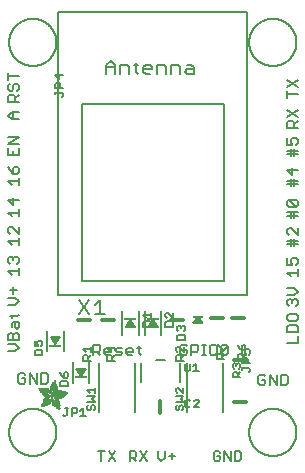
<source format=gbr>
G04 EAGLE Gerber RS-274X export*
G75*
%MOMM*%
%FSLAX34Y34*%
%LPD*%
%INSilkscreen Top*%
%IPPOS*%
%AMOC8*
5,1,8,0,0,1.08239X$1,22.5*%
G01*
%ADD10C,0.127000*%
%ADD11C,0.304800*%
%ADD12C,0.203200*%
%ADD13C,0.152400*%
%ADD14C,0.177800*%
%ADD15R,1.000000X0.200000*%
%ADD16R,0.889000X0.190500*%
%ADD17R,0.034300X0.003800*%
%ADD18R,0.057200X0.003800*%
%ADD19R,0.076200X0.003800*%
%ADD20R,0.091400X0.003800*%
%ADD21R,0.102900X0.003800*%
%ADD22R,0.114300X0.003900*%
%ADD23R,0.129500X0.003800*%
%ADD24R,0.137200X0.003800*%
%ADD25R,0.144800X0.003800*%
%ADD26R,0.152400X0.003800*%
%ADD27R,0.160000X0.003800*%
%ADD28R,0.171500X0.003800*%
%ADD29R,0.175300X0.003800*%
%ADD30R,0.182900X0.003800*%
%ADD31R,0.190500X0.003800*%
%ADD32R,0.194300X0.003900*%
%ADD33R,0.201900X0.003800*%
%ADD34R,0.209500X0.003800*%
%ADD35R,0.213400X0.003800*%
%ADD36R,0.221000X0.003800*%
%ADD37R,0.224800X0.003800*%
%ADD38R,0.232400X0.003800*%
%ADD39R,0.240000X0.003800*%
%ADD40R,0.243800X0.003800*%
%ADD41R,0.247600X0.003800*%
%ADD42R,0.255300X0.003900*%
%ADD43R,0.259100X0.003800*%
%ADD44R,0.262900X0.003800*%
%ADD45R,0.270500X0.003800*%
%ADD46R,0.274300X0.003800*%
%ADD47R,0.281900X0.003800*%
%ADD48R,0.285700X0.003800*%
%ADD49R,0.289500X0.003800*%
%ADD50R,0.297200X0.003800*%
%ADD51R,0.301000X0.003800*%
%ADD52R,0.304800X0.003900*%
%ADD53R,0.312400X0.003800*%
%ADD54R,0.316200X0.003800*%
%ADD55R,0.320000X0.003800*%
%ADD56R,0.327600X0.003800*%
%ADD57R,0.331500X0.003800*%
%ADD58R,0.339100X0.003800*%
%ADD59R,0.342900X0.003800*%
%ADD60R,0.346700X0.003800*%
%ADD61R,0.354300X0.003800*%
%ADD62R,0.358100X0.003900*%
%ADD63R,0.361900X0.003800*%
%ADD64R,0.369600X0.003800*%
%ADD65R,0.373400X0.003800*%
%ADD66R,0.377200X0.003800*%
%ADD67R,0.384800X0.003800*%
%ADD68R,0.388600X0.003800*%
%ADD69R,0.396200X0.003800*%
%ADD70R,0.400000X0.003800*%
%ADD71R,0.403800X0.003800*%
%ADD72R,0.411500X0.003900*%
%ADD73R,0.415300X0.003800*%
%ADD74R,0.419100X0.003800*%
%ADD75R,0.045700X0.003800*%
%ADD76R,0.426700X0.003800*%
%ADD77R,0.072400X0.003800*%
%ADD78R,0.430500X0.003800*%
%ADD79R,0.095300X0.003800*%
%ADD80R,0.438100X0.003800*%
%ADD81R,0.110500X0.003800*%
%ADD82R,0.441900X0.003800*%
%ADD83R,0.445800X0.003800*%
%ADD84R,0.144700X0.003800*%
%ADD85R,0.453400X0.003800*%
%ADD86R,0.457200X0.003800*%
%ADD87R,0.175300X0.003900*%
%ADD88R,0.461000X0.003900*%
%ADD89R,0.468600X0.003800*%
%ADD90R,0.205800X0.003800*%
%ADD91R,0.472400X0.003800*%
%ADD92R,0.217200X0.003800*%
%ADD93R,0.476200X0.003800*%
%ADD94R,0.483900X0.003800*%
%ADD95R,0.247700X0.003800*%
%ADD96R,0.487700X0.003800*%
%ADD97R,0.495300X0.003800*%
%ADD98R,0.499100X0.003800*%
%ADD99R,0.502900X0.003800*%
%ADD100R,0.510500X0.003800*%
%ADD101R,0.308600X0.003900*%
%ADD102R,0.514300X0.003900*%
%ADD103R,0.323800X0.003800*%
%ADD104R,0.518100X0.003800*%
%ADD105R,0.335300X0.003800*%
%ADD106R,0.525800X0.003800*%
%ADD107R,0.529600X0.003800*%
%ADD108R,0.358100X0.003800*%
%ADD109R,0.533400X0.003800*%
%ADD110R,0.537200X0.003800*%
%ADD111R,0.381000X0.003800*%
%ADD112R,0.544800X0.003800*%
%ADD113R,0.392400X0.003800*%
%ADD114R,0.548600X0.003800*%
%ADD115R,0.552400X0.003800*%
%ADD116R,0.556200X0.003800*%
%ADD117R,0.422900X0.003900*%
%ADD118R,0.560100X0.003900*%
%ADD119R,0.434300X0.003800*%
%ADD120R,0.563900X0.003800*%
%ADD121R,0.567700X0.003800*%
%ADD122R,0.461000X0.003800*%
%ADD123R,0.571500X0.003800*%
%ADD124R,0.575300X0.003800*%
%ADD125R,0.480100X0.003800*%
%ADD126R,0.579100X0.003800*%
%ADD127R,0.491500X0.003800*%
%ADD128R,0.582900X0.003800*%
%ADD129R,0.586700X0.003800*%
%ADD130R,0.510600X0.003800*%
%ADD131R,0.590500X0.003800*%
%ADD132R,0.522000X0.003800*%
%ADD133R,0.594300X0.003800*%
%ADD134R,0.533400X0.003900*%
%ADD135R,0.598200X0.003900*%
%ADD136R,0.541000X0.003800*%
%ADD137R,0.602000X0.003800*%
%ADD138R,0.552500X0.003800*%
%ADD139R,0.605800X0.003800*%
%ADD140R,0.560100X0.003800*%
%ADD141R,0.609600X0.003800*%
%ADD142R,0.613400X0.003800*%
%ADD143R,0.583000X0.003800*%
%ADD144R,0.617200X0.003800*%
%ADD145R,0.594400X0.003800*%
%ADD146R,0.621000X0.003800*%
%ADD147R,0.598200X0.003800*%
%ADD148R,0.624800X0.003800*%
%ADD149R,0.613500X0.003900*%
%ADD150R,0.628600X0.003900*%
%ADD151R,0.632400X0.003800*%
%ADD152R,0.628600X0.003800*%
%ADD153R,0.636300X0.003800*%
%ADD154R,0.640100X0.003800*%
%ADD155R,0.636200X0.003800*%
%ADD156R,0.643900X0.003800*%
%ADD157R,0.647700X0.003800*%
%ADD158R,0.651500X0.003800*%
%ADD159R,0.659100X0.003800*%
%ADD160R,0.659100X0.003900*%
%ADD161R,0.655300X0.003900*%
%ADD162R,0.662900X0.003800*%
%ADD163R,0.655300X0.003800*%
%ADD164R,0.670500X0.003800*%
%ADD165R,0.670600X0.003800*%
%ADD166R,0.674400X0.003800*%
%ADD167R,0.682000X0.003800*%
%ADD168R,0.666700X0.003800*%
%ADD169R,0.685800X0.003800*%
%ADD170R,0.689600X0.003800*%
%ADD171R,0.693400X0.003900*%
%ADD172R,0.674400X0.003900*%
%ADD173R,0.697200X0.003800*%
%ADD174R,0.678200X0.003800*%
%ADD175R,0.697300X0.003800*%
%ADD176R,0.701100X0.003800*%
%ADD177R,0.704900X0.003800*%
%ADD178R,0.708700X0.003800*%
%ADD179R,0.712500X0.003800*%
%ADD180R,0.716300X0.003800*%
%ADD181R,0.720100X0.003900*%
%ADD182R,0.689600X0.003900*%
%ADD183R,0.720000X0.003800*%
%ADD184R,0.693400X0.003800*%
%ADD185R,0.723900X0.003800*%
%ADD186R,0.727700X0.003800*%
%ADD187R,0.731500X0.003800*%
%ADD188R,0.701000X0.003800*%
%ADD189R,0.735300X0.003800*%
%ADD190R,0.731500X0.003900*%
%ADD191R,0.701000X0.003900*%
%ADD192R,0.704800X0.003800*%
%ADD193R,0.739100X0.003800*%
%ADD194R,0.743000X0.003800*%
%ADD195R,0.739200X0.003800*%
%ADD196R,0.743000X0.003900*%
%ADD197R,0.704800X0.003900*%
%ADD198R,0.746800X0.003800*%
%ADD199R,0.746800X0.003900*%
%ADD200R,0.742900X0.003800*%
%ADD201R,0.746700X0.003800*%
%ADD202R,0.746700X0.003900*%
%ADD203R,1.428800X0.003800*%
%ADD204R,1.424900X0.003800*%
%ADD205R,1.421100X0.003900*%
%ADD206R,1.421100X0.003800*%
%ADD207R,1.417300X0.003800*%
%ADD208R,1.413500X0.003800*%
%ADD209R,1.409700X0.003800*%
%ADD210R,1.405900X0.003800*%
%ADD211R,1.402100X0.003800*%
%ADD212R,1.398300X0.003800*%
%ADD213R,0.983000X0.003900*%
%ADD214R,0.384800X0.003900*%
%ADD215R,0.971600X0.003800*%
%ADD216R,0.963900X0.003800*%
%ADD217R,0.956300X0.003800*%
%ADD218R,0.365800X0.003800*%
%ADD219R,0.952500X0.003800*%
%ADD220R,0.941000X0.003800*%
%ADD221R,0.358200X0.003800*%
%ADD222R,0.937200X0.003800*%
%ADD223R,0.933400X0.003800*%
%ADD224R,0.354400X0.003800*%
%ADD225R,0.925800X0.003800*%
%ADD226R,0.350500X0.003800*%
%ADD227R,0.922000X0.003800*%
%ADD228R,0.918200X0.003900*%
%ADD229R,0.346700X0.003900*%
%ADD230R,0.910600X0.003800*%
%ADD231R,0.906800X0.003800*%
%ADD232R,0.903000X0.003800*%
%ADD233R,0.339000X0.003800*%
%ADD234R,0.895300X0.003800*%
%ADD235R,0.335200X0.003800*%
%ADD236R,0.887700X0.003800*%
%ADD237R,0.883900X0.003800*%
%ADD238R,0.331400X0.003800*%
%ADD239R,0.880100X0.003800*%
%ADD240R,0.876300X0.003800*%
%ADD241R,0.468600X0.003900*%
%ADD242R,0.396200X0.003900*%
%ADD243R,0.323800X0.003900*%
%ADD244R,0.449600X0.003800*%
%ADD245R,0.323900X0.003800*%
%ADD246R,0.442000X0.003800*%
%ADD247R,0.434400X0.003800*%
%ADD248R,0.320100X0.003800*%
%ADD249R,0.316300X0.003800*%
%ADD250R,0.426800X0.003800*%
%ADD251R,0.327700X0.003800*%
%ADD252R,0.312500X0.003800*%
%ADD253R,0.422900X0.003800*%
%ADD254R,0.308600X0.003800*%
%ADD255R,0.293400X0.003800*%
%ADD256R,0.304800X0.003800*%
%ADD257R,0.419100X0.003900*%
%ADD258R,0.285700X0.003900*%
%ADD259R,0.301000X0.003900*%
%ADD260R,0.411500X0.003800*%
%ADD261R,0.407700X0.003800*%
%ADD262R,0.289600X0.003800*%
%ADD263R,0.285800X0.003800*%
%ADD264R,0.403900X0.003800*%
%ADD265R,0.228600X0.003800*%
%ADD266R,0.403900X0.003900*%
%ADD267R,0.221000X0.003900*%
%ADD268R,0.278100X0.003900*%
%ADD269R,0.400100X0.003800*%
%ADD270R,0.209600X0.003800*%
%ADD271R,0.266700X0.003800*%
%ADD272R,0.038100X0.003800*%
%ADD273R,0.194300X0.003800*%
%ADD274R,0.148600X0.003800*%
%ADD275R,0.259000X0.003800*%
%ADD276R,0.182800X0.003800*%
%ADD277R,0.186700X0.003800*%
%ADD278R,0.251400X0.003800*%
%ADD279R,0.179100X0.003800*%
%ADD280R,0.236200X0.003800*%
%ADD281R,0.243900X0.003900*%
%ADD282R,0.282000X0.003900*%
%ADD283R,0.167700X0.003800*%
%ADD284R,0.236300X0.003800*%
%ADD285R,0.396300X0.003800*%
%ADD286R,0.163900X0.003800*%
%ADD287R,0.392500X0.003800*%
%ADD288R,0.160100X0.003800*%
%ADD289R,0.586800X0.003800*%
%ADD290R,0.148500X0.003800*%
%ADD291R,0.140900X0.003800*%
%ADD292R,0.392400X0.003900*%
%ADD293R,0.140900X0.003900*%
%ADD294R,0.647700X0.003900*%
%ADD295R,0.133300X0.003800*%
%ADD296R,0.674300X0.003800*%
%ADD297R,0.388700X0.003800*%
%ADD298R,0.125700X0.003800*%
%ADD299R,0.121900X0.003800*%
%ADD300R,0.720100X0.003800*%
%ADD301R,0.118100X0.003800*%
%ADD302R,0.118100X0.003900*%
%ADD303R,0.739100X0.003900*%
%ADD304R,0.114300X0.003800*%
%ADD305R,0.754400X0.003800*%
%ADD306R,0.765800X0.003800*%
%ADD307R,0.773400X0.003800*%
%ADD308R,0.784800X0.003800*%
%ADD309R,0.118200X0.003800*%
%ADD310R,0.792500X0.003800*%
%ADD311R,0.803900X0.003800*%
%ADD312R,0.122000X0.003800*%
%ADD313R,0.815400X0.003800*%
%ADD314R,0.125800X0.003800*%
%ADD315R,0.826800X0.003800*%
%ADD316R,0.369500X0.003900*%
%ADD317R,0.133400X0.003900*%
%ADD318R,0.842000X0.003900*%
%ADD319R,0.365700X0.003800*%
%ADD320R,1.009700X0.003800*%
%ADD321R,1.013500X0.003800*%
%ADD322R,0.362000X0.003800*%
%ADD323R,1.024900X0.003800*%
%ADD324R,1.028700X0.003800*%
%ADD325R,1.036300X0.003800*%
%ADD326R,1.047800X0.003800*%
%ADD327R,1.055400X0.003800*%
%ADD328R,1.070600X0.003800*%
%ADD329R,0.030500X0.003800*%
%ADD330R,1.436400X0.003800*%
%ADD331R,1.562100X0.003900*%
%ADD332R,1.588700X0.003800*%
%ADD333R,1.607800X0.003800*%
%ADD334R,1.626900X0.003800*%
%ADD335R,1.642100X0.003800*%
%ADD336R,1.657400X0.003800*%
%ADD337R,1.676400X0.003800*%
%ADD338R,1.687800X0.003800*%
%ADD339R,1.703000X0.003800*%
%ADD340R,1.714500X0.003800*%
%ADD341R,1.726000X0.003900*%
%ADD342R,1.741200X0.003800*%
%ADD343R,0.914400X0.003800*%
%ADD344R,0.769600X0.003800*%
%ADD345R,0.884000X0.003800*%
%ADD346R,0.712400X0.003800*%
%ADD347R,0.880100X0.003900*%
%ADD348R,0.887800X0.003800*%
%ADD349R,0.891600X0.003800*%
%ADD350R,0.895400X0.003800*%
%ADD351R,0.251500X0.003800*%
%ADD352R,0.579200X0.003900*%
%ADD353R,0.243900X0.003800*%
%ADD354R,0.556300X0.003800*%
%ADD355R,0.255200X0.003800*%
%ADD356R,0.529500X0.003800*%
%ADD357R,0.731600X0.003800*%
%ADD358R,0.525800X0.003900*%
%ADD359R,0.281900X0.003900*%
%ADD360R,0.735400X0.003900*%
%ADD361R,0.300900X0.003800*%
%ADD362R,0.762000X0.003800*%
%ADD363R,0.518200X0.003800*%
%ADD364R,0.350600X0.003800*%
%ADD365R,0.796300X0.003800*%
%ADD366R,0.807800X0.003800*%
%ADD367R,0.506700X0.003800*%
%ADD368R,0.849600X0.003800*%
%ADD369R,0.506700X0.003900*%
%ADD370R,1.371600X0.003900*%
%ADD371R,1.207800X0.003800*%
%ADD372R,0.503000X0.003800*%
%ADD373R,0.141000X0.003800*%
%ADD374R,1.203900X0.003800*%
%ADD375R,1.204000X0.003800*%
%ADD376R,1.200200X0.003800*%
%ADD377R,0.499100X0.003900*%
%ADD378R,0.156200X0.003900*%
%ADD379R,1.196400X0.003900*%
%ADD380R,1.196400X0.003800*%
%ADD381R,0.163800X0.003800*%
%ADD382R,0.167600X0.003800*%
%ADD383R,1.192500X0.003800*%
%ADD384R,0.499200X0.003800*%
%ADD385R,1.188700X0.003800*%
%ADD386R,0.506800X0.003800*%
%ADD387R,1.184900X0.003800*%
%ADD388R,0.510600X0.003900*%
%ADD389R,0.209600X0.003900*%
%ADD390R,1.181100X0.003900*%
%ADD391R,0.514400X0.003800*%
%ADD392R,1.181100X0.003800*%
%ADD393R,1.177300X0.003800*%
%ADD394R,0.240100X0.003800*%
%ADD395R,1.173500X0.003800*%
%ADD396R,1.169700X0.003800*%
%ADD397R,1.165900X0.003800*%
%ADD398R,1.162100X0.003800*%
%ADD399R,0.929700X0.003900*%
%ADD400R,1.162100X0.003900*%
%ADD401R,0.929700X0.003800*%
%ADD402R,1.154500X0.003800*%
%ADD403R,0.933500X0.003800*%
%ADD404R,1.150600X0.003800*%
%ADD405R,0.937300X0.003800*%
%ADD406R,1.146800X0.003800*%
%ADD407R,0.941100X0.003800*%
%ADD408R,1.139200X0.003800*%
%ADD409R,0.944900X0.003800*%
%ADD410R,1.135400X0.003800*%
%ADD411R,0.948700X0.003800*%
%ADD412R,1.127800X0.003800*%
%ADD413R,1.124000X0.003800*%
%ADD414R,1.116400X0.003800*%
%ADD415R,0.956300X0.003900*%
%ADD416R,1.104900X0.003900*%
%ADD417R,0.960100X0.003800*%
%ADD418R,1.093500X0.003800*%
%ADD419R,1.085900X0.003800*%
%ADD420R,0.967800X0.003800*%
%ADD421R,1.074500X0.003800*%
%ADD422R,1.063000X0.003800*%
%ADD423R,0.975400X0.003800*%
%ADD424R,1.036400X0.003800*%
%ADD425R,0.979200X0.003800*%
%ADD426R,1.021000X0.003800*%
%ADD427R,0.983000X0.003800*%
%ADD428R,1.009600X0.003800*%
%ADD429R,0.986800X0.003800*%
%ADD430R,0.998200X0.003800*%
%ADD431R,0.990600X0.003900*%
%ADD432R,0.986700X0.003900*%
%ADD433R,0.994400X0.003800*%
%ADD434R,0.975300X0.003800*%
%ADD435R,0.948600X0.003800*%
%ADD436R,1.002000X0.003800*%
%ADD437R,0.213300X0.003800*%
%ADD438R,0.217100X0.003800*%
%ADD439R,1.017300X0.003800*%
%ADD440R,0.666800X0.003800*%
%ADD441R,0.220900X0.003800*%
%ADD442R,1.028700X0.003900*%
%ADD443R,0.224700X0.003900*%
%ADD444R,1.032500X0.003800*%
%ADD445R,1.040100X0.003800*%
%ADD446R,1.043900X0.003800*%
%ADD447R,0.548700X0.003800*%
%ADD448R,1.051500X0.003800*%
%ADD449R,1.055300X0.003800*%
%ADD450R,1.059100X0.003800*%
%ADD451R,1.062900X0.003800*%
%ADD452R,0.255300X0.003800*%
%ADD453R,1.066800X0.003900*%
%ADD454R,0.259100X0.003900*%
%ADD455R,0.457200X0.003900*%
%ADD456R,0.423000X0.003800*%
%ADD457R,1.082100X0.003800*%
%ADD458R,0.274400X0.003800*%
%ADD459R,0.278200X0.003800*%
%ADD460R,1.101100X0.003800*%
%ADD461R,0.278100X0.003800*%
%ADD462R,0.876300X0.003900*%
%ADD463R,0.236200X0.003900*%
%ADD464R,0.289600X0.003900*%
%ADD465R,0.247700X0.003900*%
%ADD466R,0.049500X0.003800*%
%ADD467R,0.640100X0.003900*%
%ADD468R,0.659200X0.003800*%
%ADD469R,0.663000X0.003800*%
%ADD470R,0.872500X0.003900*%
%ADD471R,0.666800X0.003900*%
%ADD472R,0.872500X0.003800*%
%ADD473R,0.868700X0.003800*%
%ADD474R,0.864900X0.003800*%
%ADD475R,0.861100X0.003800*%
%ADD476R,0.857300X0.003800*%
%ADD477R,0.853400X0.003800*%
%ADD478R,0.845800X0.003800*%
%ADD479R,0.682000X0.003900*%
%ADD480R,0.842000X0.003800*%
%ADD481R,0.834400X0.003800*%
%ADD482R,0.823000X0.003800*%
%ADD483R,0.815300X0.003800*%
%ADD484R,0.811500X0.003800*%
%ADD485R,0.788700X0.003800*%
%ADD486R,0.777300X0.003900*%
%ADD487R,0.750600X0.003800*%
%ADD488R,0.735400X0.003800*%
%ADD489R,0.727800X0.003800*%
%ADD490R,0.628700X0.003800*%
%ADD491R,0.575400X0.003800*%
%ADD492R,0.670600X0.003900*%
%ADD493R,0.655400X0.003800*%
%ADD494R,0.651500X0.003900*%
%ADD495R,0.624800X0.003900*%
%ADD496R,0.594400X0.003900*%
%ADD497R,0.563900X0.003900*%
%ADD498R,0.541100X0.003800*%
%ADD499R,0.537300X0.003800*%
%ADD500R,0.525700X0.003800*%
%ADD501R,0.525700X0.003900*%
%ADD502R,0.514300X0.003800*%
%ADD503R,0.480100X0.003900*%
%ADD504R,0.464800X0.003800*%
%ADD505R,0.442000X0.003900*%
%ADD506R,0.438200X0.003800*%
%ADD507R,0.430600X0.003800*%
%ADD508R,0.407600X0.003800*%
%ADD509R,0.403800X0.003900*%
%ADD510R,0.365700X0.003900*%
%ADD511R,0.327700X0.003900*%
%ADD512R,0.243800X0.003900*%
%ADD513R,0.205800X0.003900*%
%ADD514R,0.198100X0.003800*%
%ADD515R,0.163800X0.003900*%
%ADD516R,0.137100X0.003800*%
%ADD517R,0.091500X0.003900*%
%ADD518R,0.060900X0.003800*%

G36*
X168928Y117352D02*
X168928Y117352D01*
X168945Y117350D01*
X169049Y117371D01*
X169153Y117389D01*
X169168Y117397D01*
X169186Y117401D01*
X169277Y117454D01*
X169370Y117504D01*
X169382Y117516D01*
X169398Y117526D01*
X169467Y117605D01*
X169540Y117682D01*
X169547Y117698D01*
X169559Y117712D01*
X169599Y117809D01*
X169643Y117905D01*
X169645Y117923D01*
X169652Y117939D01*
X169659Y118045D01*
X169670Y118149D01*
X169666Y118167D01*
X169668Y118185D01*
X169640Y118287D01*
X169618Y118390D01*
X169609Y118405D01*
X169604Y118422D01*
X169519Y118567D01*
X165709Y123647D01*
X165706Y123650D01*
X165704Y123654D01*
X165617Y123735D01*
X165532Y123817D01*
X165528Y123819D01*
X165525Y123822D01*
X165416Y123872D01*
X165309Y123922D01*
X165305Y123922D01*
X165301Y123924D01*
X165183Y123937D01*
X165065Y123950D01*
X165061Y123950D01*
X165056Y123950D01*
X164940Y123924D01*
X164824Y123900D01*
X164820Y123897D01*
X164816Y123896D01*
X164714Y123835D01*
X164612Y123775D01*
X164609Y123771D01*
X164606Y123769D01*
X164491Y123647D01*
X160681Y118567D01*
X160673Y118551D01*
X160661Y118538D01*
X160616Y118442D01*
X160567Y118349D01*
X160564Y118331D01*
X160557Y118315D01*
X160545Y118210D01*
X160529Y118106D01*
X160532Y118088D01*
X160530Y118071D01*
X160552Y117968D01*
X160570Y117863D01*
X160578Y117848D01*
X160582Y117830D01*
X160636Y117740D01*
X160686Y117647D01*
X160699Y117634D01*
X160708Y117619D01*
X160788Y117550D01*
X160865Y117478D01*
X160882Y117471D01*
X160895Y117459D01*
X160993Y117420D01*
X161089Y117376D01*
X161107Y117374D01*
X161123Y117367D01*
X161290Y117349D01*
X168910Y117349D01*
X168928Y117352D01*
G37*
G36*
X129071Y115105D02*
X129071Y115105D01*
X129143Y115105D01*
X129211Y115125D01*
X129282Y115135D01*
X129347Y115164D01*
X129416Y115184D01*
X129476Y115222D01*
X129541Y115251D01*
X129596Y115297D01*
X129656Y115335D01*
X129704Y115389D01*
X129758Y115435D01*
X129798Y115494D01*
X129845Y115548D01*
X129876Y115612D01*
X129916Y115671D01*
X129937Y115740D01*
X129968Y115804D01*
X129980Y115874D01*
X130001Y115942D01*
X130003Y116014D01*
X130015Y116085D01*
X130007Y116155D01*
X130009Y116226D01*
X129990Y116296D01*
X129982Y116367D01*
X129957Y116422D01*
X129937Y116501D01*
X129876Y116604D01*
X129845Y116673D01*
X127845Y119673D01*
X127768Y119760D01*
X127695Y119850D01*
X127673Y119865D01*
X127655Y119885D01*
X127558Y119947D01*
X127463Y120014D01*
X127437Y120022D01*
X127415Y120037D01*
X127304Y120069D01*
X127194Y120107D01*
X127167Y120108D01*
X127142Y120115D01*
X127026Y120115D01*
X126910Y120121D01*
X126884Y120115D01*
X126857Y120115D01*
X126746Y120083D01*
X126633Y120057D01*
X126610Y120044D01*
X126584Y120036D01*
X126486Y119974D01*
X126385Y119918D01*
X126369Y119900D01*
X126344Y119885D01*
X126159Y119677D01*
X126155Y119673D01*
X124155Y116673D01*
X124124Y116609D01*
X124085Y116549D01*
X124063Y116481D01*
X124032Y116417D01*
X124020Y116346D01*
X123999Y116278D01*
X123997Y116207D01*
X123985Y116137D01*
X123993Y116065D01*
X123991Y115994D01*
X124009Y115925D01*
X124018Y115854D01*
X124045Y115788D01*
X124063Y115719D01*
X124100Y115658D01*
X124127Y115592D01*
X124172Y115536D01*
X124209Y115474D01*
X124260Y115425D01*
X124305Y115370D01*
X124364Y115329D01*
X124416Y115280D01*
X124479Y115247D01*
X124537Y115206D01*
X124605Y115183D01*
X124669Y115150D01*
X124728Y115140D01*
X124806Y115113D01*
X124925Y115107D01*
X125000Y115095D01*
X129000Y115095D01*
X129071Y115105D01*
G37*
G36*
X110021Y115105D02*
X110021Y115105D01*
X110093Y115105D01*
X110161Y115125D01*
X110232Y115135D01*
X110297Y115164D01*
X110366Y115184D01*
X110426Y115222D01*
X110491Y115251D01*
X110546Y115297D01*
X110606Y115335D01*
X110654Y115389D01*
X110708Y115435D01*
X110748Y115494D01*
X110795Y115548D01*
X110826Y115612D01*
X110866Y115671D01*
X110887Y115740D01*
X110918Y115804D01*
X110930Y115874D01*
X110951Y115942D01*
X110953Y116014D01*
X110965Y116085D01*
X110957Y116155D01*
X110959Y116226D01*
X110940Y116296D01*
X110932Y116367D01*
X110907Y116422D01*
X110887Y116501D01*
X110826Y116604D01*
X110795Y116673D01*
X108795Y119673D01*
X108718Y119760D01*
X108645Y119850D01*
X108623Y119865D01*
X108605Y119885D01*
X108508Y119947D01*
X108413Y120014D01*
X108387Y120022D01*
X108365Y120037D01*
X108254Y120069D01*
X108144Y120107D01*
X108117Y120108D01*
X108092Y120115D01*
X107976Y120115D01*
X107860Y120121D01*
X107834Y120115D01*
X107807Y120115D01*
X107696Y120083D01*
X107583Y120057D01*
X107560Y120044D01*
X107534Y120036D01*
X107436Y119974D01*
X107335Y119918D01*
X107319Y119900D01*
X107294Y119885D01*
X107109Y119677D01*
X107105Y119673D01*
X105105Y116673D01*
X105074Y116609D01*
X105035Y116549D01*
X105013Y116481D01*
X104982Y116417D01*
X104970Y116346D01*
X104949Y116278D01*
X104947Y116207D01*
X104935Y116137D01*
X104943Y116065D01*
X104941Y115994D01*
X104959Y115925D01*
X104968Y115854D01*
X104995Y115788D01*
X105013Y115719D01*
X105050Y115658D01*
X105077Y115592D01*
X105122Y115536D01*
X105159Y115474D01*
X105210Y115425D01*
X105255Y115370D01*
X105314Y115329D01*
X105366Y115280D01*
X105429Y115247D01*
X105487Y115206D01*
X105555Y115183D01*
X105619Y115150D01*
X105678Y115140D01*
X105756Y115113D01*
X105875Y115107D01*
X105950Y115095D01*
X109950Y115095D01*
X110021Y115105D01*
G37*
G36*
X44566Y100865D02*
X44566Y100865D01*
X44593Y100865D01*
X44704Y100897D01*
X44817Y100923D01*
X44840Y100936D01*
X44866Y100944D01*
X44964Y101006D01*
X45065Y101062D01*
X45081Y101080D01*
X45106Y101095D01*
X45291Y101303D01*
X45295Y101307D01*
X47295Y104307D01*
X47326Y104371D01*
X47366Y104431D01*
X47387Y104499D01*
X47418Y104563D01*
X47430Y104634D01*
X47451Y104702D01*
X47453Y104773D01*
X47465Y104844D01*
X47457Y104915D01*
X47459Y104986D01*
X47441Y105055D01*
X47432Y105126D01*
X47405Y105192D01*
X47387Y105261D01*
X47350Y105322D01*
X47323Y105388D01*
X47278Y105444D01*
X47242Y105506D01*
X47190Y105555D01*
X47145Y105610D01*
X47087Y105651D01*
X47034Y105700D01*
X46971Y105733D01*
X46913Y105774D01*
X46845Y105797D01*
X46781Y105830D01*
X46722Y105840D01*
X46644Y105867D01*
X46525Y105873D01*
X46450Y105885D01*
X42450Y105885D01*
X42379Y105875D01*
X42307Y105875D01*
X42239Y105855D01*
X42169Y105845D01*
X42103Y105816D01*
X42034Y105796D01*
X41974Y105758D01*
X41909Y105729D01*
X41854Y105683D01*
X41794Y105645D01*
X41746Y105592D01*
X41692Y105546D01*
X41652Y105486D01*
X41605Y105432D01*
X41574Y105368D01*
X41535Y105309D01*
X41513Y105241D01*
X41482Y105176D01*
X41470Y105106D01*
X41449Y105038D01*
X41447Y104966D01*
X41435Y104896D01*
X41443Y104825D01*
X41441Y104754D01*
X41460Y104684D01*
X41468Y104613D01*
X41493Y104558D01*
X41513Y104479D01*
X41574Y104376D01*
X41605Y104307D01*
X43605Y101307D01*
X43682Y101220D01*
X43755Y101130D01*
X43777Y101115D01*
X43795Y101095D01*
X43892Y101033D01*
X43987Y100966D01*
X44013Y100958D01*
X44035Y100943D01*
X44146Y100911D01*
X44256Y100873D01*
X44283Y100872D01*
X44308Y100865D01*
X44424Y100865D01*
X44540Y100859D01*
X44566Y100865D01*
G37*
G36*
X66156Y74195D02*
X66156Y74195D01*
X66183Y74195D01*
X66294Y74227D01*
X66407Y74253D01*
X66430Y74266D01*
X66456Y74274D01*
X66554Y74336D01*
X66655Y74392D01*
X66671Y74410D01*
X66696Y74425D01*
X66881Y74633D01*
X66885Y74637D01*
X68885Y77637D01*
X68916Y77701D01*
X68956Y77761D01*
X68977Y77829D01*
X69008Y77893D01*
X69020Y77964D01*
X69041Y78032D01*
X69043Y78103D01*
X69055Y78174D01*
X69047Y78245D01*
X69049Y78316D01*
X69031Y78385D01*
X69022Y78456D01*
X68995Y78522D01*
X68977Y78591D01*
X68940Y78652D01*
X68913Y78718D01*
X68868Y78774D01*
X68832Y78836D01*
X68780Y78885D01*
X68735Y78940D01*
X68677Y78981D01*
X68624Y79030D01*
X68561Y79063D01*
X68503Y79104D01*
X68435Y79127D01*
X68371Y79160D01*
X68312Y79170D01*
X68234Y79197D01*
X68115Y79203D01*
X68040Y79215D01*
X64040Y79215D01*
X63969Y79205D01*
X63897Y79205D01*
X63829Y79185D01*
X63759Y79175D01*
X63693Y79146D01*
X63624Y79126D01*
X63564Y79088D01*
X63499Y79059D01*
X63444Y79013D01*
X63384Y78975D01*
X63336Y78922D01*
X63282Y78876D01*
X63242Y78816D01*
X63195Y78762D01*
X63164Y78698D01*
X63125Y78639D01*
X63103Y78571D01*
X63072Y78506D01*
X63060Y78436D01*
X63039Y78368D01*
X63037Y78296D01*
X63025Y78226D01*
X63033Y78155D01*
X63031Y78084D01*
X63050Y78014D01*
X63058Y77943D01*
X63083Y77888D01*
X63103Y77809D01*
X63164Y77706D01*
X63195Y77637D01*
X65195Y74637D01*
X65272Y74550D01*
X65345Y74460D01*
X65367Y74445D01*
X65385Y74425D01*
X65482Y74363D01*
X65577Y74296D01*
X65603Y74288D01*
X65625Y74273D01*
X65736Y74241D01*
X65846Y74203D01*
X65873Y74202D01*
X65898Y74195D01*
X66014Y74195D01*
X66130Y74189D01*
X66156Y74195D01*
G37*
D10*
X184035Y8134D02*
X182637Y9532D01*
X179841Y9532D01*
X178443Y8134D01*
X178443Y2541D01*
X179841Y1143D01*
X182637Y1143D01*
X184035Y2541D01*
X184035Y5338D01*
X181239Y5338D01*
X187330Y1143D02*
X187330Y9532D01*
X192923Y1143D01*
X192923Y9532D01*
X196218Y9532D02*
X196218Y1143D01*
X200412Y1143D01*
X201810Y2541D01*
X201810Y8134D01*
X200412Y9532D01*
X196218Y9532D01*
X131450Y9532D02*
X131450Y3939D01*
X134247Y1143D01*
X137043Y3939D01*
X137043Y9532D01*
X140338Y5338D02*
X145930Y5338D01*
X143134Y8134D02*
X143134Y2541D01*
X83447Y1143D02*
X83447Y9532D01*
X86243Y9532D02*
X80650Y9532D01*
X89538Y9532D02*
X95130Y1143D01*
X89538Y1143D02*
X95130Y9532D01*
X107320Y9532D02*
X107320Y1143D01*
X107320Y9532D02*
X111515Y9532D01*
X112913Y8134D01*
X112913Y5338D01*
X111515Y3939D01*
X107320Y3939D01*
X110117Y3939D02*
X112913Y1143D01*
X121800Y1143D02*
X116208Y9532D01*
X121800Y9532D02*
X116208Y1143D01*
X13335Y305372D02*
X4437Y305372D01*
X4437Y309821D01*
X5920Y311304D01*
X8886Y311304D01*
X10369Y309821D01*
X10369Y305372D01*
X10369Y308338D02*
X13335Y311304D01*
X4437Y319176D02*
X5920Y320659D01*
X4437Y319176D02*
X4437Y316210D01*
X5920Y314727D01*
X7403Y314727D01*
X8886Y316210D01*
X8886Y319176D01*
X10369Y320659D01*
X11852Y320659D01*
X13335Y319176D01*
X13335Y316210D01*
X11852Y314727D01*
X13335Y327048D02*
X4437Y327048D01*
X4437Y324083D02*
X4437Y330014D01*
X7403Y290597D02*
X13335Y290597D01*
X7403Y290597D02*
X4437Y293563D01*
X7403Y296529D01*
X13335Y296529D01*
X8886Y296529D02*
X8886Y290597D01*
X4437Y266452D02*
X4437Y260520D01*
X13335Y260520D01*
X13335Y266452D01*
X8886Y263486D02*
X8886Y260520D01*
X13335Y269875D02*
X4437Y269875D01*
X13335Y275807D01*
X4437Y275807D01*
X4437Y238086D02*
X7403Y235120D01*
X4437Y238086D02*
X13335Y238086D01*
X13335Y235120D02*
X13335Y241052D01*
X5920Y247441D02*
X4437Y250407D01*
X5920Y247441D02*
X8886Y244475D01*
X11852Y244475D01*
X13335Y245958D01*
X13335Y248924D01*
X11852Y250407D01*
X10369Y250407D01*
X8886Y248924D01*
X8886Y244475D01*
X4437Y211416D02*
X7403Y208450D01*
X4437Y211416D02*
X13335Y211416D01*
X13335Y208450D02*
X13335Y214382D01*
X13335Y222254D02*
X4437Y222254D01*
X8886Y217805D01*
X8886Y223737D01*
X4437Y187286D02*
X7403Y184320D01*
X4437Y187286D02*
X13335Y187286D01*
X13335Y184320D02*
X13335Y190252D01*
X13335Y193675D02*
X13335Y199607D01*
X13335Y193675D02*
X7403Y199607D01*
X5920Y199607D01*
X4437Y198124D01*
X4437Y195158D01*
X5920Y193675D01*
X4437Y161886D02*
X7403Y158920D01*
X4437Y161886D02*
X13335Y161886D01*
X13335Y158920D02*
X13335Y164852D01*
X5920Y168275D02*
X4437Y169758D01*
X4437Y172724D01*
X5920Y174207D01*
X7403Y174207D01*
X8886Y172724D01*
X8886Y171241D01*
X8886Y172724D02*
X10369Y174207D01*
X11852Y174207D01*
X13335Y172724D01*
X13335Y169758D01*
X11852Y168275D01*
X10369Y133520D02*
X4437Y133520D01*
X10369Y133520D02*
X13335Y136486D01*
X10369Y139452D01*
X4437Y139452D01*
X8886Y142875D02*
X8886Y148807D01*
X5920Y145841D02*
X11852Y145841D01*
X10369Y93974D02*
X4437Y93974D01*
X10369Y93974D02*
X13335Y96940D01*
X10369Y99906D01*
X4437Y99906D01*
X4437Y103329D02*
X13335Y103329D01*
X4437Y103329D02*
X4437Y107778D01*
X5920Y109261D01*
X7403Y109261D01*
X8886Y107778D01*
X10369Y109261D01*
X11852Y109261D01*
X13335Y107778D01*
X13335Y103329D01*
X8886Y103329D02*
X8886Y107778D01*
X7403Y114167D02*
X7403Y117133D01*
X8886Y118616D01*
X13335Y118616D01*
X13335Y114167D01*
X11852Y112684D01*
X10369Y114167D01*
X10369Y118616D01*
X11852Y123522D02*
X5920Y123522D01*
X11852Y123522D02*
X13335Y125005D01*
X7403Y125005D02*
X7403Y122039D01*
X17721Y75573D02*
X19204Y74090D01*
X17721Y75573D02*
X14755Y75573D01*
X13272Y74090D01*
X13272Y68158D01*
X14755Y66675D01*
X17721Y66675D01*
X19204Y68158D01*
X19204Y71124D01*
X16238Y71124D01*
X22627Y66675D02*
X22627Y75573D01*
X28559Y66675D01*
X28559Y75573D01*
X31983Y75573D02*
X31983Y66675D01*
X36431Y66675D01*
X37914Y68158D01*
X37914Y74090D01*
X36431Y75573D01*
X31983Y75573D01*
X76596Y90805D02*
X76596Y99703D01*
X81045Y99703D01*
X82528Y98220D01*
X82528Y95254D01*
X81045Y93771D01*
X76596Y93771D01*
X79562Y93771D02*
X82528Y90805D01*
X87434Y90805D02*
X90400Y90805D01*
X87434Y90805D02*
X85951Y92288D01*
X85951Y95254D01*
X87434Y96737D01*
X90400Y96737D01*
X91883Y95254D01*
X91883Y93771D01*
X85951Y93771D01*
X95307Y90805D02*
X99755Y90805D01*
X101238Y92288D01*
X99755Y93771D01*
X96790Y93771D01*
X95307Y95254D01*
X96790Y96737D01*
X101238Y96737D01*
X106145Y90805D02*
X109111Y90805D01*
X106145Y90805D02*
X104662Y92288D01*
X104662Y95254D01*
X106145Y96737D01*
X109111Y96737D01*
X110594Y95254D01*
X110594Y93771D01*
X104662Y93771D01*
X115500Y92288D02*
X115500Y98220D01*
X115500Y92288D02*
X116983Y90805D01*
X116983Y96737D02*
X114017Y96737D01*
X240657Y311746D02*
X249555Y311746D01*
X240657Y308780D02*
X240657Y314712D01*
X240657Y318135D02*
X249555Y324067D01*
X249555Y318135D02*
X240657Y324067D01*
X240657Y283380D02*
X249555Y283380D01*
X240657Y283380D02*
X240657Y287829D01*
X242140Y289312D01*
X245106Y289312D01*
X246589Y287829D01*
X246589Y283380D01*
X246589Y286346D02*
X249555Y289312D01*
X249555Y298667D02*
X240657Y292735D01*
X240657Y298667D02*
X249555Y292735D01*
X249555Y235333D02*
X240657Y235333D01*
X240657Y238299D02*
X249555Y238299D01*
X243623Y238299D02*
X243623Y233850D01*
X243623Y238299D02*
X243623Y239782D01*
X246589Y239782D02*
X246589Y233850D01*
X249555Y247654D02*
X240657Y247654D01*
X245106Y243205D01*
X245106Y249137D01*
X249555Y260733D02*
X240657Y260733D01*
X240657Y263699D02*
X249555Y263699D01*
X243623Y263699D02*
X243623Y259250D01*
X243623Y263699D02*
X243623Y265182D01*
X246589Y265182D02*
X246589Y259250D01*
X240657Y268605D02*
X240657Y274537D01*
X240657Y268605D02*
X245106Y268605D01*
X243623Y271571D01*
X243623Y273054D01*
X245106Y274537D01*
X248072Y274537D01*
X249555Y273054D01*
X249555Y270088D01*
X248072Y268605D01*
X249555Y208663D02*
X240657Y208663D01*
X240657Y211629D02*
X249555Y211629D01*
X243623Y211629D02*
X243623Y207180D01*
X243623Y211629D02*
X243623Y213112D01*
X246589Y213112D02*
X246589Y207180D01*
X248072Y216535D02*
X242140Y216535D01*
X240657Y218018D01*
X240657Y220984D01*
X242140Y222467D01*
X248072Y222467D01*
X249555Y220984D01*
X249555Y218018D01*
X248072Y216535D01*
X242140Y222467D01*
X240657Y184533D02*
X249555Y184533D01*
X249555Y187499D02*
X240657Y187499D01*
X243623Y187499D02*
X243623Y183050D01*
X243623Y187499D02*
X243623Y188982D01*
X246589Y188982D02*
X246589Y183050D01*
X249555Y192405D02*
X249555Y198337D01*
X249555Y192405D02*
X243623Y198337D01*
X242140Y198337D01*
X240657Y196854D01*
X240657Y193888D01*
X242140Y192405D01*
X240657Y160616D02*
X243623Y157650D01*
X240657Y160616D02*
X249555Y160616D01*
X249555Y157650D02*
X249555Y163582D01*
X240657Y167005D02*
X240657Y172937D01*
X240657Y167005D02*
X245106Y167005D01*
X243623Y169971D01*
X243623Y171454D01*
X245106Y172937D01*
X248072Y172937D01*
X249555Y171454D01*
X249555Y168488D01*
X248072Y167005D01*
X240657Y133733D02*
X242140Y132250D01*
X240657Y133733D02*
X240657Y136699D01*
X242140Y138182D01*
X243623Y138182D01*
X245106Y136699D01*
X245106Y135216D01*
X245106Y136699D02*
X246589Y138182D01*
X248072Y138182D01*
X249555Y136699D01*
X249555Y133733D01*
X248072Y132250D01*
X246589Y141605D02*
X240657Y141605D01*
X246589Y141605D02*
X249555Y144571D01*
X246589Y147537D01*
X240657Y147537D01*
X220921Y74303D02*
X222404Y72820D01*
X220921Y74303D02*
X217955Y74303D01*
X216472Y72820D01*
X216472Y66888D01*
X217955Y65405D01*
X220921Y65405D01*
X222404Y66888D01*
X222404Y69854D01*
X219438Y69854D01*
X225827Y65405D02*
X225827Y74303D01*
X231759Y65405D01*
X231759Y74303D01*
X235183Y74303D02*
X235183Y65405D01*
X239631Y65405D01*
X241114Y66888D01*
X241114Y72820D01*
X239631Y74303D01*
X235183Y74303D01*
X240657Y100902D02*
X249555Y100902D01*
X249555Y106834D01*
X249555Y110257D02*
X240657Y110257D01*
X249555Y110257D02*
X249555Y114706D01*
X248072Y116189D01*
X242140Y116189D01*
X240657Y114706D01*
X240657Y110257D01*
X240657Y121096D02*
X240657Y124061D01*
X240657Y121096D02*
X242140Y119613D01*
X248072Y119613D01*
X249555Y121096D01*
X249555Y124061D01*
X248072Y125544D01*
X242140Y125544D01*
X240657Y124061D01*
X156188Y98220D02*
X154705Y99703D01*
X151739Y99703D01*
X150256Y98220D01*
X150256Y92288D01*
X151739Y90805D01*
X154705Y90805D01*
X156188Y92288D01*
X156188Y95254D01*
X153222Y95254D01*
X159611Y90805D02*
X159611Y99703D01*
X164060Y99703D01*
X165543Y98220D01*
X165543Y95254D01*
X164060Y93771D01*
X159611Y93771D01*
X168967Y90805D02*
X171932Y90805D01*
X170450Y90805D02*
X170450Y99703D01*
X171932Y99703D02*
X168967Y99703D01*
X176686Y99703D02*
X179652Y99703D01*
X176686Y99703D02*
X175203Y98220D01*
X175203Y92288D01*
X176686Y90805D01*
X179652Y90805D01*
X181135Y92288D01*
X181135Y98220D01*
X179652Y99703D01*
X184559Y98220D02*
X184559Y92288D01*
X184559Y98220D02*
X186041Y99703D01*
X189007Y99703D01*
X190490Y98220D01*
X190490Y92288D01*
X189007Y90805D01*
X186041Y90805D01*
X184559Y92288D01*
X190490Y98220D01*
D11*
X195580Y86360D02*
X205740Y86360D01*
D12*
X116850Y84200D02*
X116850Y68200D01*
X149850Y68200D02*
X149850Y84200D01*
X137350Y86700D02*
X129350Y86700D01*
D13*
X153892Y83572D02*
X153892Y78064D01*
X154994Y76962D01*
X157197Y76962D01*
X158298Y78064D01*
X158298Y83572D01*
X161376Y81368D02*
X163579Y83572D01*
X163579Y76962D01*
X161376Y76962D02*
X165783Y76962D01*
D11*
X133350Y52070D02*
X133350Y41910D01*
D13*
X157737Y53092D02*
X158838Y51990D01*
X157737Y53092D02*
X155534Y53092D01*
X154432Y51990D01*
X154432Y47584D01*
X155534Y46482D01*
X157737Y46482D01*
X158838Y47584D01*
X161916Y46482D02*
X166323Y46482D01*
X166323Y50888D02*
X161916Y46482D01*
X166323Y50888D02*
X166323Y51990D01*
X165221Y53092D01*
X163018Y53092D01*
X161916Y51990D01*
D12*
X208600Y355600D02*
X208606Y356091D01*
X208624Y356581D01*
X208654Y357071D01*
X208696Y357560D01*
X208750Y358048D01*
X208816Y358535D01*
X208894Y359019D01*
X208984Y359502D01*
X209086Y359982D01*
X209199Y360460D01*
X209324Y360934D01*
X209461Y361406D01*
X209609Y361874D01*
X209769Y362338D01*
X209940Y362798D01*
X210122Y363254D01*
X210316Y363705D01*
X210520Y364151D01*
X210736Y364592D01*
X210962Y365028D01*
X211198Y365458D01*
X211445Y365882D01*
X211703Y366300D01*
X211971Y366711D01*
X212248Y367116D01*
X212536Y367514D01*
X212833Y367905D01*
X213140Y368288D01*
X213456Y368663D01*
X213781Y369031D01*
X214115Y369391D01*
X214458Y369742D01*
X214809Y370085D01*
X215169Y370419D01*
X215537Y370744D01*
X215912Y371060D01*
X216295Y371367D01*
X216686Y371664D01*
X217084Y371952D01*
X217489Y372229D01*
X217900Y372497D01*
X218318Y372755D01*
X218742Y373002D01*
X219172Y373238D01*
X219608Y373464D01*
X220049Y373680D01*
X220495Y373884D01*
X220946Y374078D01*
X221402Y374260D01*
X221862Y374431D01*
X222326Y374591D01*
X222794Y374739D01*
X223266Y374876D01*
X223740Y375001D01*
X224218Y375114D01*
X224698Y375216D01*
X225181Y375306D01*
X225665Y375384D01*
X226152Y375450D01*
X226640Y375504D01*
X227129Y375546D01*
X227619Y375576D01*
X228109Y375594D01*
X228600Y375600D01*
X229091Y375594D01*
X229581Y375576D01*
X230071Y375546D01*
X230560Y375504D01*
X231048Y375450D01*
X231535Y375384D01*
X232019Y375306D01*
X232502Y375216D01*
X232982Y375114D01*
X233460Y375001D01*
X233934Y374876D01*
X234406Y374739D01*
X234874Y374591D01*
X235338Y374431D01*
X235798Y374260D01*
X236254Y374078D01*
X236705Y373884D01*
X237151Y373680D01*
X237592Y373464D01*
X238028Y373238D01*
X238458Y373002D01*
X238882Y372755D01*
X239300Y372497D01*
X239711Y372229D01*
X240116Y371952D01*
X240514Y371664D01*
X240905Y371367D01*
X241288Y371060D01*
X241663Y370744D01*
X242031Y370419D01*
X242391Y370085D01*
X242742Y369742D01*
X243085Y369391D01*
X243419Y369031D01*
X243744Y368663D01*
X244060Y368288D01*
X244367Y367905D01*
X244664Y367514D01*
X244952Y367116D01*
X245229Y366711D01*
X245497Y366300D01*
X245755Y365882D01*
X246002Y365458D01*
X246238Y365028D01*
X246464Y364592D01*
X246680Y364151D01*
X246884Y363705D01*
X247078Y363254D01*
X247260Y362798D01*
X247431Y362338D01*
X247591Y361874D01*
X247739Y361406D01*
X247876Y360934D01*
X248001Y360460D01*
X248114Y359982D01*
X248216Y359502D01*
X248306Y359019D01*
X248384Y358535D01*
X248450Y358048D01*
X248504Y357560D01*
X248546Y357071D01*
X248576Y356581D01*
X248594Y356091D01*
X248600Y355600D01*
X248594Y355109D01*
X248576Y354619D01*
X248546Y354129D01*
X248504Y353640D01*
X248450Y353152D01*
X248384Y352665D01*
X248306Y352181D01*
X248216Y351698D01*
X248114Y351218D01*
X248001Y350740D01*
X247876Y350266D01*
X247739Y349794D01*
X247591Y349326D01*
X247431Y348862D01*
X247260Y348402D01*
X247078Y347946D01*
X246884Y347495D01*
X246680Y347049D01*
X246464Y346608D01*
X246238Y346172D01*
X246002Y345742D01*
X245755Y345318D01*
X245497Y344900D01*
X245229Y344489D01*
X244952Y344084D01*
X244664Y343686D01*
X244367Y343295D01*
X244060Y342912D01*
X243744Y342537D01*
X243419Y342169D01*
X243085Y341809D01*
X242742Y341458D01*
X242391Y341115D01*
X242031Y340781D01*
X241663Y340456D01*
X241288Y340140D01*
X240905Y339833D01*
X240514Y339536D01*
X240116Y339248D01*
X239711Y338971D01*
X239300Y338703D01*
X238882Y338445D01*
X238458Y338198D01*
X238028Y337962D01*
X237592Y337736D01*
X237151Y337520D01*
X236705Y337316D01*
X236254Y337122D01*
X235798Y336940D01*
X235338Y336769D01*
X234874Y336609D01*
X234406Y336461D01*
X233934Y336324D01*
X233460Y336199D01*
X232982Y336086D01*
X232502Y335984D01*
X232019Y335894D01*
X231535Y335816D01*
X231048Y335750D01*
X230560Y335696D01*
X230071Y335654D01*
X229581Y335624D01*
X229091Y335606D01*
X228600Y335600D01*
X228109Y335606D01*
X227619Y335624D01*
X227129Y335654D01*
X226640Y335696D01*
X226152Y335750D01*
X225665Y335816D01*
X225181Y335894D01*
X224698Y335984D01*
X224218Y336086D01*
X223740Y336199D01*
X223266Y336324D01*
X222794Y336461D01*
X222326Y336609D01*
X221862Y336769D01*
X221402Y336940D01*
X220946Y337122D01*
X220495Y337316D01*
X220049Y337520D01*
X219608Y337736D01*
X219172Y337962D01*
X218742Y338198D01*
X218318Y338445D01*
X217900Y338703D01*
X217489Y338971D01*
X217084Y339248D01*
X216686Y339536D01*
X216295Y339833D01*
X215912Y340140D01*
X215537Y340456D01*
X215169Y340781D01*
X214809Y341115D01*
X214458Y341458D01*
X214115Y341809D01*
X213781Y342169D01*
X213456Y342537D01*
X213140Y342912D01*
X212833Y343295D01*
X212536Y343686D01*
X212248Y344084D01*
X211971Y344489D01*
X211703Y344900D01*
X211445Y345318D01*
X211198Y345742D01*
X210962Y346172D01*
X210736Y346608D01*
X210520Y347049D01*
X210316Y347495D01*
X210122Y347946D01*
X209940Y348402D01*
X209769Y348862D01*
X209609Y349326D01*
X209461Y349794D01*
X209324Y350266D01*
X209199Y350740D01*
X209086Y351218D01*
X208984Y351698D01*
X208894Y352181D01*
X208816Y352665D01*
X208750Y353152D01*
X208696Y353640D01*
X208654Y354129D01*
X208624Y354619D01*
X208606Y355109D01*
X208600Y355600D01*
X5400Y355600D02*
X5406Y356091D01*
X5424Y356581D01*
X5454Y357071D01*
X5496Y357560D01*
X5550Y358048D01*
X5616Y358535D01*
X5694Y359019D01*
X5784Y359502D01*
X5886Y359982D01*
X5999Y360460D01*
X6124Y360934D01*
X6261Y361406D01*
X6409Y361874D01*
X6569Y362338D01*
X6740Y362798D01*
X6922Y363254D01*
X7116Y363705D01*
X7320Y364151D01*
X7536Y364592D01*
X7762Y365028D01*
X7998Y365458D01*
X8245Y365882D01*
X8503Y366300D01*
X8771Y366711D01*
X9048Y367116D01*
X9336Y367514D01*
X9633Y367905D01*
X9940Y368288D01*
X10256Y368663D01*
X10581Y369031D01*
X10915Y369391D01*
X11258Y369742D01*
X11609Y370085D01*
X11969Y370419D01*
X12337Y370744D01*
X12712Y371060D01*
X13095Y371367D01*
X13486Y371664D01*
X13884Y371952D01*
X14289Y372229D01*
X14700Y372497D01*
X15118Y372755D01*
X15542Y373002D01*
X15972Y373238D01*
X16408Y373464D01*
X16849Y373680D01*
X17295Y373884D01*
X17746Y374078D01*
X18202Y374260D01*
X18662Y374431D01*
X19126Y374591D01*
X19594Y374739D01*
X20066Y374876D01*
X20540Y375001D01*
X21018Y375114D01*
X21498Y375216D01*
X21981Y375306D01*
X22465Y375384D01*
X22952Y375450D01*
X23440Y375504D01*
X23929Y375546D01*
X24419Y375576D01*
X24909Y375594D01*
X25400Y375600D01*
X25891Y375594D01*
X26381Y375576D01*
X26871Y375546D01*
X27360Y375504D01*
X27848Y375450D01*
X28335Y375384D01*
X28819Y375306D01*
X29302Y375216D01*
X29782Y375114D01*
X30260Y375001D01*
X30734Y374876D01*
X31206Y374739D01*
X31674Y374591D01*
X32138Y374431D01*
X32598Y374260D01*
X33054Y374078D01*
X33505Y373884D01*
X33951Y373680D01*
X34392Y373464D01*
X34828Y373238D01*
X35258Y373002D01*
X35682Y372755D01*
X36100Y372497D01*
X36511Y372229D01*
X36916Y371952D01*
X37314Y371664D01*
X37705Y371367D01*
X38088Y371060D01*
X38463Y370744D01*
X38831Y370419D01*
X39191Y370085D01*
X39542Y369742D01*
X39885Y369391D01*
X40219Y369031D01*
X40544Y368663D01*
X40860Y368288D01*
X41167Y367905D01*
X41464Y367514D01*
X41752Y367116D01*
X42029Y366711D01*
X42297Y366300D01*
X42555Y365882D01*
X42802Y365458D01*
X43038Y365028D01*
X43264Y364592D01*
X43480Y364151D01*
X43684Y363705D01*
X43878Y363254D01*
X44060Y362798D01*
X44231Y362338D01*
X44391Y361874D01*
X44539Y361406D01*
X44676Y360934D01*
X44801Y360460D01*
X44914Y359982D01*
X45016Y359502D01*
X45106Y359019D01*
X45184Y358535D01*
X45250Y358048D01*
X45304Y357560D01*
X45346Y357071D01*
X45376Y356581D01*
X45394Y356091D01*
X45400Y355600D01*
X45394Y355109D01*
X45376Y354619D01*
X45346Y354129D01*
X45304Y353640D01*
X45250Y353152D01*
X45184Y352665D01*
X45106Y352181D01*
X45016Y351698D01*
X44914Y351218D01*
X44801Y350740D01*
X44676Y350266D01*
X44539Y349794D01*
X44391Y349326D01*
X44231Y348862D01*
X44060Y348402D01*
X43878Y347946D01*
X43684Y347495D01*
X43480Y347049D01*
X43264Y346608D01*
X43038Y346172D01*
X42802Y345742D01*
X42555Y345318D01*
X42297Y344900D01*
X42029Y344489D01*
X41752Y344084D01*
X41464Y343686D01*
X41167Y343295D01*
X40860Y342912D01*
X40544Y342537D01*
X40219Y342169D01*
X39885Y341809D01*
X39542Y341458D01*
X39191Y341115D01*
X38831Y340781D01*
X38463Y340456D01*
X38088Y340140D01*
X37705Y339833D01*
X37314Y339536D01*
X36916Y339248D01*
X36511Y338971D01*
X36100Y338703D01*
X35682Y338445D01*
X35258Y338198D01*
X34828Y337962D01*
X34392Y337736D01*
X33951Y337520D01*
X33505Y337316D01*
X33054Y337122D01*
X32598Y336940D01*
X32138Y336769D01*
X31674Y336609D01*
X31206Y336461D01*
X30734Y336324D01*
X30260Y336199D01*
X29782Y336086D01*
X29302Y335984D01*
X28819Y335894D01*
X28335Y335816D01*
X27848Y335750D01*
X27360Y335696D01*
X26871Y335654D01*
X26381Y335624D01*
X25891Y335606D01*
X25400Y335600D01*
X24909Y335606D01*
X24419Y335624D01*
X23929Y335654D01*
X23440Y335696D01*
X22952Y335750D01*
X22465Y335816D01*
X21981Y335894D01*
X21498Y335984D01*
X21018Y336086D01*
X20540Y336199D01*
X20066Y336324D01*
X19594Y336461D01*
X19126Y336609D01*
X18662Y336769D01*
X18202Y336940D01*
X17746Y337122D01*
X17295Y337316D01*
X16849Y337520D01*
X16408Y337736D01*
X15972Y337962D01*
X15542Y338198D01*
X15118Y338445D01*
X14700Y338703D01*
X14289Y338971D01*
X13884Y339248D01*
X13486Y339536D01*
X13095Y339833D01*
X12712Y340140D01*
X12337Y340456D01*
X11969Y340781D01*
X11609Y341115D01*
X11258Y341458D01*
X10915Y341809D01*
X10581Y342169D01*
X10256Y342537D01*
X9940Y342912D01*
X9633Y343295D01*
X9336Y343686D01*
X9048Y344084D01*
X8771Y344489D01*
X8503Y344900D01*
X8245Y345318D01*
X7998Y345742D01*
X7762Y346172D01*
X7536Y346608D01*
X7320Y347049D01*
X7116Y347495D01*
X6922Y347946D01*
X6740Y348402D01*
X6569Y348862D01*
X6409Y349326D01*
X6261Y349794D01*
X6124Y350266D01*
X5999Y350740D01*
X5886Y351218D01*
X5784Y351698D01*
X5694Y352181D01*
X5616Y352665D01*
X5550Y353152D01*
X5496Y353640D01*
X5454Y354129D01*
X5424Y354619D01*
X5406Y355109D01*
X5400Y355600D01*
X208600Y25400D02*
X208606Y25891D01*
X208624Y26381D01*
X208654Y26871D01*
X208696Y27360D01*
X208750Y27848D01*
X208816Y28335D01*
X208894Y28819D01*
X208984Y29302D01*
X209086Y29782D01*
X209199Y30260D01*
X209324Y30734D01*
X209461Y31206D01*
X209609Y31674D01*
X209769Y32138D01*
X209940Y32598D01*
X210122Y33054D01*
X210316Y33505D01*
X210520Y33951D01*
X210736Y34392D01*
X210962Y34828D01*
X211198Y35258D01*
X211445Y35682D01*
X211703Y36100D01*
X211971Y36511D01*
X212248Y36916D01*
X212536Y37314D01*
X212833Y37705D01*
X213140Y38088D01*
X213456Y38463D01*
X213781Y38831D01*
X214115Y39191D01*
X214458Y39542D01*
X214809Y39885D01*
X215169Y40219D01*
X215537Y40544D01*
X215912Y40860D01*
X216295Y41167D01*
X216686Y41464D01*
X217084Y41752D01*
X217489Y42029D01*
X217900Y42297D01*
X218318Y42555D01*
X218742Y42802D01*
X219172Y43038D01*
X219608Y43264D01*
X220049Y43480D01*
X220495Y43684D01*
X220946Y43878D01*
X221402Y44060D01*
X221862Y44231D01*
X222326Y44391D01*
X222794Y44539D01*
X223266Y44676D01*
X223740Y44801D01*
X224218Y44914D01*
X224698Y45016D01*
X225181Y45106D01*
X225665Y45184D01*
X226152Y45250D01*
X226640Y45304D01*
X227129Y45346D01*
X227619Y45376D01*
X228109Y45394D01*
X228600Y45400D01*
X229091Y45394D01*
X229581Y45376D01*
X230071Y45346D01*
X230560Y45304D01*
X231048Y45250D01*
X231535Y45184D01*
X232019Y45106D01*
X232502Y45016D01*
X232982Y44914D01*
X233460Y44801D01*
X233934Y44676D01*
X234406Y44539D01*
X234874Y44391D01*
X235338Y44231D01*
X235798Y44060D01*
X236254Y43878D01*
X236705Y43684D01*
X237151Y43480D01*
X237592Y43264D01*
X238028Y43038D01*
X238458Y42802D01*
X238882Y42555D01*
X239300Y42297D01*
X239711Y42029D01*
X240116Y41752D01*
X240514Y41464D01*
X240905Y41167D01*
X241288Y40860D01*
X241663Y40544D01*
X242031Y40219D01*
X242391Y39885D01*
X242742Y39542D01*
X243085Y39191D01*
X243419Y38831D01*
X243744Y38463D01*
X244060Y38088D01*
X244367Y37705D01*
X244664Y37314D01*
X244952Y36916D01*
X245229Y36511D01*
X245497Y36100D01*
X245755Y35682D01*
X246002Y35258D01*
X246238Y34828D01*
X246464Y34392D01*
X246680Y33951D01*
X246884Y33505D01*
X247078Y33054D01*
X247260Y32598D01*
X247431Y32138D01*
X247591Y31674D01*
X247739Y31206D01*
X247876Y30734D01*
X248001Y30260D01*
X248114Y29782D01*
X248216Y29302D01*
X248306Y28819D01*
X248384Y28335D01*
X248450Y27848D01*
X248504Y27360D01*
X248546Y26871D01*
X248576Y26381D01*
X248594Y25891D01*
X248600Y25400D01*
X248594Y24909D01*
X248576Y24419D01*
X248546Y23929D01*
X248504Y23440D01*
X248450Y22952D01*
X248384Y22465D01*
X248306Y21981D01*
X248216Y21498D01*
X248114Y21018D01*
X248001Y20540D01*
X247876Y20066D01*
X247739Y19594D01*
X247591Y19126D01*
X247431Y18662D01*
X247260Y18202D01*
X247078Y17746D01*
X246884Y17295D01*
X246680Y16849D01*
X246464Y16408D01*
X246238Y15972D01*
X246002Y15542D01*
X245755Y15118D01*
X245497Y14700D01*
X245229Y14289D01*
X244952Y13884D01*
X244664Y13486D01*
X244367Y13095D01*
X244060Y12712D01*
X243744Y12337D01*
X243419Y11969D01*
X243085Y11609D01*
X242742Y11258D01*
X242391Y10915D01*
X242031Y10581D01*
X241663Y10256D01*
X241288Y9940D01*
X240905Y9633D01*
X240514Y9336D01*
X240116Y9048D01*
X239711Y8771D01*
X239300Y8503D01*
X238882Y8245D01*
X238458Y7998D01*
X238028Y7762D01*
X237592Y7536D01*
X237151Y7320D01*
X236705Y7116D01*
X236254Y6922D01*
X235798Y6740D01*
X235338Y6569D01*
X234874Y6409D01*
X234406Y6261D01*
X233934Y6124D01*
X233460Y5999D01*
X232982Y5886D01*
X232502Y5784D01*
X232019Y5694D01*
X231535Y5616D01*
X231048Y5550D01*
X230560Y5496D01*
X230071Y5454D01*
X229581Y5424D01*
X229091Y5406D01*
X228600Y5400D01*
X228109Y5406D01*
X227619Y5424D01*
X227129Y5454D01*
X226640Y5496D01*
X226152Y5550D01*
X225665Y5616D01*
X225181Y5694D01*
X224698Y5784D01*
X224218Y5886D01*
X223740Y5999D01*
X223266Y6124D01*
X222794Y6261D01*
X222326Y6409D01*
X221862Y6569D01*
X221402Y6740D01*
X220946Y6922D01*
X220495Y7116D01*
X220049Y7320D01*
X219608Y7536D01*
X219172Y7762D01*
X218742Y7998D01*
X218318Y8245D01*
X217900Y8503D01*
X217489Y8771D01*
X217084Y9048D01*
X216686Y9336D01*
X216295Y9633D01*
X215912Y9940D01*
X215537Y10256D01*
X215169Y10581D01*
X214809Y10915D01*
X214458Y11258D01*
X214115Y11609D01*
X213781Y11969D01*
X213456Y12337D01*
X213140Y12712D01*
X212833Y13095D01*
X212536Y13486D01*
X212248Y13884D01*
X211971Y14289D01*
X211703Y14700D01*
X211445Y15118D01*
X211198Y15542D01*
X210962Y15972D01*
X210736Y16408D01*
X210520Y16849D01*
X210316Y17295D01*
X210122Y17746D01*
X209940Y18202D01*
X209769Y18662D01*
X209609Y19126D01*
X209461Y19594D01*
X209324Y20066D01*
X209199Y20540D01*
X209086Y21018D01*
X208984Y21498D01*
X208894Y21981D01*
X208816Y22465D01*
X208750Y22952D01*
X208696Y23440D01*
X208654Y23929D01*
X208624Y24419D01*
X208606Y24909D01*
X208600Y25400D01*
X5400Y25400D02*
X5406Y25891D01*
X5424Y26381D01*
X5454Y26871D01*
X5496Y27360D01*
X5550Y27848D01*
X5616Y28335D01*
X5694Y28819D01*
X5784Y29302D01*
X5886Y29782D01*
X5999Y30260D01*
X6124Y30734D01*
X6261Y31206D01*
X6409Y31674D01*
X6569Y32138D01*
X6740Y32598D01*
X6922Y33054D01*
X7116Y33505D01*
X7320Y33951D01*
X7536Y34392D01*
X7762Y34828D01*
X7998Y35258D01*
X8245Y35682D01*
X8503Y36100D01*
X8771Y36511D01*
X9048Y36916D01*
X9336Y37314D01*
X9633Y37705D01*
X9940Y38088D01*
X10256Y38463D01*
X10581Y38831D01*
X10915Y39191D01*
X11258Y39542D01*
X11609Y39885D01*
X11969Y40219D01*
X12337Y40544D01*
X12712Y40860D01*
X13095Y41167D01*
X13486Y41464D01*
X13884Y41752D01*
X14289Y42029D01*
X14700Y42297D01*
X15118Y42555D01*
X15542Y42802D01*
X15972Y43038D01*
X16408Y43264D01*
X16849Y43480D01*
X17295Y43684D01*
X17746Y43878D01*
X18202Y44060D01*
X18662Y44231D01*
X19126Y44391D01*
X19594Y44539D01*
X20066Y44676D01*
X20540Y44801D01*
X21018Y44914D01*
X21498Y45016D01*
X21981Y45106D01*
X22465Y45184D01*
X22952Y45250D01*
X23440Y45304D01*
X23929Y45346D01*
X24419Y45376D01*
X24909Y45394D01*
X25400Y45400D01*
X25891Y45394D01*
X26381Y45376D01*
X26871Y45346D01*
X27360Y45304D01*
X27848Y45250D01*
X28335Y45184D01*
X28819Y45106D01*
X29302Y45016D01*
X29782Y44914D01*
X30260Y44801D01*
X30734Y44676D01*
X31206Y44539D01*
X31674Y44391D01*
X32138Y44231D01*
X32598Y44060D01*
X33054Y43878D01*
X33505Y43684D01*
X33951Y43480D01*
X34392Y43264D01*
X34828Y43038D01*
X35258Y42802D01*
X35682Y42555D01*
X36100Y42297D01*
X36511Y42029D01*
X36916Y41752D01*
X37314Y41464D01*
X37705Y41167D01*
X38088Y40860D01*
X38463Y40544D01*
X38831Y40219D01*
X39191Y39885D01*
X39542Y39542D01*
X39885Y39191D01*
X40219Y38831D01*
X40544Y38463D01*
X40860Y38088D01*
X41167Y37705D01*
X41464Y37314D01*
X41752Y36916D01*
X42029Y36511D01*
X42297Y36100D01*
X42555Y35682D01*
X42802Y35258D01*
X43038Y34828D01*
X43264Y34392D01*
X43480Y33951D01*
X43684Y33505D01*
X43878Y33054D01*
X44060Y32598D01*
X44231Y32138D01*
X44391Y31674D01*
X44539Y31206D01*
X44676Y30734D01*
X44801Y30260D01*
X44914Y29782D01*
X45016Y29302D01*
X45106Y28819D01*
X45184Y28335D01*
X45250Y27848D01*
X45304Y27360D01*
X45346Y26871D01*
X45376Y26381D01*
X45394Y25891D01*
X45400Y25400D01*
X45394Y24909D01*
X45376Y24419D01*
X45346Y23929D01*
X45304Y23440D01*
X45250Y22952D01*
X45184Y22465D01*
X45106Y21981D01*
X45016Y21498D01*
X44914Y21018D01*
X44801Y20540D01*
X44676Y20066D01*
X44539Y19594D01*
X44391Y19126D01*
X44231Y18662D01*
X44060Y18202D01*
X43878Y17746D01*
X43684Y17295D01*
X43480Y16849D01*
X43264Y16408D01*
X43038Y15972D01*
X42802Y15542D01*
X42555Y15118D01*
X42297Y14700D01*
X42029Y14289D01*
X41752Y13884D01*
X41464Y13486D01*
X41167Y13095D01*
X40860Y12712D01*
X40544Y12337D01*
X40219Y11969D01*
X39885Y11609D01*
X39542Y11258D01*
X39191Y10915D01*
X38831Y10581D01*
X38463Y10256D01*
X38088Y9940D01*
X37705Y9633D01*
X37314Y9336D01*
X36916Y9048D01*
X36511Y8771D01*
X36100Y8503D01*
X35682Y8245D01*
X35258Y7998D01*
X34828Y7762D01*
X34392Y7536D01*
X33951Y7320D01*
X33505Y7116D01*
X33054Y6922D01*
X32598Y6740D01*
X32138Y6569D01*
X31674Y6409D01*
X31206Y6261D01*
X30734Y6124D01*
X30260Y5999D01*
X29782Y5886D01*
X29302Y5784D01*
X28819Y5694D01*
X28335Y5616D01*
X27848Y5550D01*
X27360Y5496D01*
X26871Y5454D01*
X26381Y5424D01*
X25891Y5406D01*
X25400Y5400D01*
X24909Y5406D01*
X24419Y5424D01*
X23929Y5454D01*
X23440Y5496D01*
X22952Y5550D01*
X22465Y5616D01*
X21981Y5694D01*
X21498Y5784D01*
X21018Y5886D01*
X20540Y5999D01*
X20066Y6124D01*
X19594Y6261D01*
X19126Y6409D01*
X18662Y6569D01*
X18202Y6740D01*
X17746Y6922D01*
X17295Y7116D01*
X16849Y7320D01*
X16408Y7536D01*
X15972Y7762D01*
X15542Y7998D01*
X15118Y8245D01*
X14700Y8503D01*
X14289Y8771D01*
X13884Y9048D01*
X13486Y9336D01*
X13095Y9633D01*
X12712Y9940D01*
X12337Y10256D01*
X11969Y10581D01*
X11609Y10915D01*
X11258Y11258D01*
X10915Y11609D01*
X10581Y11969D01*
X10256Y12337D01*
X9940Y12712D01*
X9633Y13095D01*
X9336Y13486D01*
X9048Y13884D01*
X8771Y14289D01*
X8503Y14700D01*
X8245Y15118D01*
X7998Y15542D01*
X7762Y15972D01*
X7536Y16408D01*
X7320Y16849D01*
X7116Y17295D01*
X6922Y17746D01*
X6740Y18202D01*
X6569Y18662D01*
X6409Y19126D01*
X6261Y19594D01*
X6124Y20066D01*
X5999Y20540D01*
X5886Y21018D01*
X5784Y21498D01*
X5694Y21981D01*
X5616Y22465D01*
X5550Y22952D01*
X5496Y23440D01*
X5454Y23929D01*
X5424Y24419D01*
X5406Y24909D01*
X5400Y25400D01*
D10*
X47000Y381460D02*
X207000Y381460D01*
X207000Y141460D01*
X47000Y141460D01*
X47000Y381460D01*
X67000Y303460D02*
X187000Y303460D01*
X187000Y153460D01*
X67000Y153460D01*
X67000Y303460D01*
D13*
X87782Y328872D02*
X87782Y336329D01*
X91511Y340058D01*
X95239Y336329D01*
X95239Y328872D01*
X95239Y334465D02*
X87782Y334465D01*
X99476Y336329D02*
X99476Y328872D01*
X99476Y336329D02*
X105069Y336329D01*
X106933Y334465D01*
X106933Y328872D01*
X113034Y330736D02*
X113034Y338193D01*
X113034Y330736D02*
X114898Y328872D01*
X114898Y336329D02*
X111170Y336329D01*
X120830Y328872D02*
X124559Y328872D01*
X120830Y328872D02*
X118966Y330736D01*
X118966Y334465D01*
X120830Y336329D01*
X124559Y336329D01*
X126423Y334465D01*
X126423Y332601D01*
X118966Y332601D01*
X130660Y336329D02*
X130660Y328872D01*
X130660Y336329D02*
X136253Y336329D01*
X138117Y334465D01*
X138117Y328872D01*
X142354Y328872D02*
X142354Y336329D01*
X147947Y336329D01*
X149811Y334465D01*
X149811Y328872D01*
X155912Y336329D02*
X159641Y336329D01*
X161505Y334465D01*
X161505Y328872D01*
X155912Y328872D01*
X154048Y330736D01*
X155912Y332601D01*
X161505Y332601D01*
D14*
X64792Y137694D02*
X73096Y125237D01*
X64792Y125237D02*
X73096Y137694D01*
X77889Y133541D02*
X82041Y137694D01*
X82041Y125237D01*
X77889Y125237D02*
X86193Y125237D01*
D13*
X50800Y40472D02*
X51902Y39370D01*
X53003Y39370D01*
X54105Y40472D01*
X54105Y45980D01*
X55206Y45980D02*
X53003Y45980D01*
X58284Y45980D02*
X58284Y39370D01*
X58284Y45980D02*
X61589Y45980D01*
X62691Y44878D01*
X62691Y42675D01*
X61589Y41573D01*
X58284Y41573D01*
X65768Y43776D02*
X67972Y45980D01*
X67972Y39370D01*
X70175Y39370D02*
X65768Y39370D01*
D11*
X63500Y120650D02*
X73660Y120650D01*
D13*
X74676Y86124D02*
X68066Y86124D01*
X68066Y89429D01*
X69168Y90530D01*
X71371Y90530D01*
X72473Y89429D01*
X72473Y86124D01*
X72473Y88327D02*
X74676Y90530D01*
X70270Y93608D02*
X68066Y95811D01*
X74676Y95811D01*
X74676Y93608D02*
X74676Y98014D01*
D11*
X83820Y120650D02*
X93980Y120650D01*
D13*
X94996Y86124D02*
X88386Y86124D01*
X88386Y89429D01*
X89488Y90530D01*
X91691Y90530D01*
X92793Y89429D01*
X92793Y86124D01*
X92793Y88327D02*
X94996Y90530D01*
X94996Y96913D02*
X88386Y96913D01*
X91691Y93608D01*
X91691Y98014D01*
D12*
X114950Y108110D02*
X114950Y128110D01*
X100950Y128110D02*
X100950Y108110D01*
X111950Y114610D02*
X107950Y120610D01*
X111950Y114610D02*
X103950Y114610D01*
X107950Y120610D01*
D15*
X107950Y121610D03*
D13*
X118706Y114904D02*
X125316Y114904D01*
X125316Y118209D01*
X124214Y119310D01*
X119808Y119310D01*
X118706Y118209D01*
X118706Y114904D01*
X120910Y122388D02*
X118706Y124591D01*
X125316Y124591D01*
X125316Y122388D02*
X125316Y126794D01*
D12*
X134000Y128110D02*
X134000Y108110D01*
X120000Y108110D02*
X120000Y128110D01*
X127000Y120610D02*
X131000Y114610D01*
X123000Y114610D01*
X127000Y120610D01*
D15*
X127000Y121610D03*
D13*
X137756Y114904D02*
X144366Y114904D01*
X144366Y118209D01*
X143264Y119310D01*
X138858Y119310D01*
X137756Y118209D01*
X137756Y114904D01*
X144366Y122388D02*
X144366Y126794D01*
X144366Y122388D02*
X139960Y126794D01*
X138858Y126794D01*
X137756Y125693D01*
X137756Y123489D01*
X138858Y122388D01*
D11*
X194310Y121920D02*
X204470Y121920D01*
D13*
X205486Y87394D02*
X198876Y87394D01*
X198876Y90699D01*
X199978Y91800D01*
X202181Y91800D01*
X203283Y90699D01*
X203283Y87394D01*
X203283Y89597D02*
X205486Y91800D01*
X199978Y97081D02*
X198876Y99284D01*
X199978Y97081D02*
X202181Y94878D01*
X204384Y94878D01*
X205486Y95979D01*
X205486Y98183D01*
X204384Y99284D01*
X203283Y99284D01*
X202181Y98183D01*
X202181Y94878D01*
D12*
X37450Y94140D02*
X37450Y111600D01*
X51450Y111600D02*
X51450Y94140D01*
X44450Y99870D02*
X40450Y105870D01*
X48450Y105870D01*
X44450Y99870D01*
D15*
X44450Y98870D03*
D13*
X33528Y90932D02*
X26918Y90932D01*
X33528Y90932D02*
X33528Y94237D01*
X32426Y95338D01*
X28020Y95338D01*
X26918Y94237D01*
X26918Y90932D01*
X26918Y98416D02*
X26918Y102823D01*
X26918Y98416D02*
X30223Y98416D01*
X29122Y100619D01*
X29122Y101721D01*
X30223Y102823D01*
X32426Y102823D01*
X33528Y101721D01*
X33528Y99518D01*
X32426Y98416D01*
D12*
X59040Y84930D02*
X59040Y67470D01*
X73040Y67470D02*
X73040Y84930D01*
X62040Y79200D02*
X66040Y73200D01*
X62040Y79200D02*
X70040Y79200D01*
X66040Y73200D01*
D15*
X66040Y72200D03*
D13*
X55118Y64262D02*
X48508Y64262D01*
X55118Y64262D02*
X55118Y67567D01*
X54016Y68668D01*
X49610Y68668D01*
X48508Y67567D01*
X48508Y64262D01*
X49610Y73949D02*
X48508Y76153D01*
X49610Y73949D02*
X51813Y71746D01*
X54016Y71746D01*
X55118Y72848D01*
X55118Y75051D01*
X54016Y76153D01*
X52915Y76153D01*
X51813Y75051D01*
X51813Y71746D01*
X49952Y309272D02*
X51054Y310373D01*
X51054Y311475D01*
X49952Y312576D01*
X44444Y312576D01*
X44444Y311475D02*
X44444Y313678D01*
X44444Y316756D02*
X51054Y316756D01*
X44444Y316756D02*
X44444Y320061D01*
X45546Y321162D01*
X47749Y321162D01*
X48851Y320061D01*
X48851Y316756D01*
X51054Y327545D02*
X44444Y327545D01*
X47749Y324240D01*
X47749Y328646D01*
X209550Y77302D02*
X208448Y76200D01*
X209550Y77302D02*
X209550Y78403D01*
X208448Y79505D01*
X202940Y79505D01*
X202940Y80606D02*
X202940Y78403D01*
X202940Y83684D02*
X209550Y83684D01*
X202940Y83684D02*
X202940Y86989D01*
X204042Y88091D01*
X206245Y88091D01*
X207347Y86989D01*
X207347Y83684D01*
X202940Y91168D02*
X202940Y95575D01*
X202940Y91168D02*
X206245Y91168D01*
X205144Y93372D01*
X205144Y94473D01*
X206245Y95575D01*
X208448Y95575D01*
X209550Y94473D01*
X209550Y92270D01*
X208448Y91168D01*
D11*
X205740Y50800D02*
X195580Y50800D01*
D13*
X194558Y71882D02*
X201168Y71882D01*
X194558Y71882D02*
X194558Y75187D01*
X195660Y76288D01*
X197863Y76288D01*
X198965Y75187D01*
X198965Y71882D01*
X198965Y74085D02*
X201168Y76288D01*
X195660Y79366D02*
X194558Y80468D01*
X194558Y82671D01*
X195660Y83773D01*
X196762Y83773D01*
X197863Y82671D01*
X197863Y81569D01*
X197863Y82671D02*
X198965Y83773D01*
X200066Y83773D01*
X201168Y82671D01*
X201168Y80468D01*
X200066Y79366D01*
D11*
X186690Y121920D02*
X176530Y121920D01*
D13*
X181096Y87394D02*
X187706Y87394D01*
X181096Y87394D02*
X181096Y90699D01*
X182198Y91800D01*
X184401Y91800D01*
X185503Y90699D01*
X185503Y87394D01*
X185503Y89597D02*
X187706Y91800D01*
X181096Y94878D02*
X181096Y99284D01*
X182198Y99284D01*
X186604Y94878D01*
X187706Y94878D01*
D12*
X81266Y84500D02*
X81266Y42500D01*
X111774Y42500D02*
X111774Y84500D01*
D13*
X72470Y48348D02*
X71368Y47247D01*
X71368Y45044D01*
X72470Y43942D01*
X73572Y43942D01*
X74673Y45044D01*
X74673Y47247D01*
X75775Y48348D01*
X76876Y48348D01*
X77978Y47247D01*
X77978Y45044D01*
X76876Y43942D01*
X77978Y51426D02*
X71368Y51426D01*
X75775Y53629D02*
X77978Y51426D01*
X75775Y53629D02*
X77978Y55833D01*
X71368Y55833D01*
X73572Y58910D02*
X71368Y61114D01*
X77978Y61114D01*
X77978Y63317D02*
X77978Y58910D01*
D12*
X156196Y42500D02*
X156196Y84500D01*
X186704Y84500D02*
X186704Y42500D01*
D13*
X147400Y48348D02*
X146298Y47247D01*
X146298Y45044D01*
X147400Y43942D01*
X148502Y43942D01*
X149603Y45044D01*
X149603Y47247D01*
X150705Y48348D01*
X151806Y48348D01*
X152908Y47247D01*
X152908Y45044D01*
X151806Y43942D01*
X152908Y51426D02*
X146298Y51426D01*
X150705Y53629D02*
X152908Y51426D01*
X150705Y53629D02*
X152908Y55833D01*
X146298Y55833D01*
X152908Y58910D02*
X152908Y63317D01*
X148502Y63317D02*
X152908Y58910D01*
X148502Y63317D02*
X147400Y63317D01*
X146298Y62215D01*
X146298Y60012D01*
X147400Y58910D01*
D16*
X165100Y123008D03*
D13*
X154178Y103632D02*
X147568Y103632D01*
X154178Y103632D02*
X154178Y106937D01*
X153076Y108038D01*
X148670Y108038D01*
X147568Y106937D01*
X147568Y103632D01*
X148670Y111116D02*
X147568Y112218D01*
X147568Y114421D01*
X148670Y115523D01*
X149772Y115523D01*
X150873Y114421D01*
X150873Y113319D01*
X150873Y114421D02*
X151975Y115523D01*
X153076Y115523D01*
X154178Y114421D01*
X154178Y112218D01*
X153076Y111116D01*
D11*
X152400Y120650D02*
X142240Y120650D01*
D13*
X146806Y86124D02*
X153416Y86124D01*
X146806Y86124D02*
X146806Y89429D01*
X147908Y90530D01*
X150111Y90530D01*
X151213Y89429D01*
X151213Y86124D01*
X151213Y88327D02*
X153416Y90530D01*
X153416Y93608D02*
X153416Y98014D01*
X153416Y93608D02*
X149010Y98014D01*
X147908Y98014D01*
X146806Y96913D01*
X146806Y94709D01*
X147908Y93608D01*
D17*
X47549Y44450D03*
D18*
X47549Y44488D03*
D19*
X47530Y44526D03*
D20*
X47530Y44564D03*
D21*
X47549Y44602D03*
D22*
X47530Y44641D03*
D23*
X47530Y44679D03*
D24*
X47530Y44717D03*
D25*
X47530Y44755D03*
D26*
X47492Y44793D03*
D27*
X47492Y44831D03*
D28*
X47473Y44869D03*
D29*
X47454Y44907D03*
D30*
X47454Y44945D03*
D31*
X47416Y44983D03*
D32*
X47397Y45022D03*
D33*
X47397Y45060D03*
D34*
X47359Y45098D03*
D35*
X47339Y45136D03*
D36*
X47301Y45174D03*
D37*
X47282Y45212D03*
D38*
X47282Y45250D03*
D39*
X47244Y45288D03*
D40*
X47225Y45326D03*
D41*
X47206Y45364D03*
D42*
X47168Y45403D03*
D43*
X47149Y45441D03*
D44*
X47130Y45479D03*
D45*
X47092Y45517D03*
D46*
X47073Y45555D03*
D47*
X47035Y45593D03*
D48*
X47016Y45631D03*
D49*
X46997Y45669D03*
D50*
X46958Y45707D03*
D51*
X46939Y45745D03*
D52*
X46920Y45784D03*
D53*
X46882Y45822D03*
D54*
X46863Y45860D03*
D55*
X46844Y45898D03*
D56*
X46806Y45936D03*
D57*
X46787Y45974D03*
D58*
X46749Y46012D03*
D59*
X46730Y46050D03*
D60*
X46711Y46088D03*
D61*
X46673Y46126D03*
D62*
X46654Y46165D03*
D63*
X46635Y46203D03*
D64*
X46596Y46241D03*
D65*
X46577Y46279D03*
D66*
X46558Y46317D03*
D67*
X46520Y46355D03*
D68*
X46501Y46393D03*
D69*
X46463Y46431D03*
D70*
X46444Y46469D03*
D71*
X46425Y46507D03*
D72*
X46387Y46546D03*
D73*
X46368Y46584D03*
D74*
X46349Y46622D03*
D75*
X33586Y46660D03*
D76*
X46311Y46660D03*
D77*
X33604Y46698D03*
D78*
X46292Y46698D03*
D79*
X33643Y46736D03*
D80*
X46254Y46736D03*
D81*
X33681Y46774D03*
D82*
X46235Y46774D03*
D23*
X33700Y46812D03*
D83*
X46215Y46812D03*
D84*
X33738Y46850D03*
D85*
X46177Y46850D03*
D27*
X33776Y46888D03*
D86*
X46158Y46888D03*
D87*
X33814Y46927D03*
D88*
X46139Y46927D03*
D31*
X33852Y46965D03*
D89*
X46101Y46965D03*
D90*
X33890Y47003D03*
D91*
X46082Y47003D03*
D92*
X33947Y47041D03*
D93*
X46063Y47041D03*
D38*
X33985Y47079D03*
D94*
X46025Y47079D03*
D95*
X34024Y47117D03*
D96*
X46006Y47117D03*
D43*
X34081Y47155D03*
D97*
X45968Y47155D03*
D46*
X34119Y47193D03*
D98*
X45949Y47193D03*
D48*
X34176Y47231D03*
D99*
X45930Y47231D03*
D50*
X34233Y47269D03*
D100*
X45892Y47269D03*
D101*
X34290Y47308D03*
D102*
X45873Y47308D03*
D103*
X34328Y47346D03*
D104*
X45854Y47346D03*
D105*
X34386Y47384D03*
D106*
X45815Y47384D03*
D60*
X34443Y47422D03*
D107*
X45796Y47422D03*
D108*
X34500Y47460D03*
D109*
X45777Y47460D03*
D64*
X34557Y47498D03*
D110*
X45758Y47498D03*
D111*
X34614Y47536D03*
D112*
X45720Y47536D03*
D113*
X34671Y47574D03*
D114*
X45701Y47574D03*
D71*
X34728Y47612D03*
D115*
X45682Y47612D03*
D73*
X34786Y47650D03*
D116*
X45663Y47650D03*
D117*
X34862Y47689D03*
D118*
X45644Y47689D03*
D119*
X34919Y47727D03*
D120*
X45625Y47727D03*
D83*
X34976Y47765D03*
D121*
X45606Y47765D03*
D122*
X35052Y47803D03*
D123*
X45587Y47803D03*
D91*
X35109Y47841D03*
D124*
X45568Y47841D03*
D125*
X35186Y47879D03*
D126*
X45549Y47879D03*
D127*
X35243Y47917D03*
D128*
X45530Y47917D03*
D99*
X35300Y47955D03*
D129*
X45511Y47955D03*
D130*
X35376Y47993D03*
D131*
X45492Y47993D03*
D132*
X35433Y48031D03*
D133*
X45473Y48031D03*
D134*
X35490Y48070D03*
D135*
X45453Y48070D03*
D136*
X35566Y48108D03*
D137*
X45434Y48108D03*
D138*
X35624Y48146D03*
D139*
X45415Y48146D03*
D140*
X35662Y48184D03*
D139*
X45415Y48184D03*
D123*
X35719Y48222D03*
D141*
X45396Y48222D03*
D124*
X35776Y48260D03*
D142*
X45377Y48260D03*
D143*
X35814Y48298D03*
D144*
X45358Y48298D03*
D145*
X35871Y48336D03*
D146*
X45339Y48336D03*
D147*
X35928Y48374D03*
D146*
X45339Y48374D03*
D139*
X35966Y48412D03*
D148*
X45320Y48412D03*
D149*
X36005Y48451D03*
D150*
X45301Y48451D03*
D142*
X36043Y48489D03*
D151*
X45282Y48489D03*
D146*
X36081Y48527D03*
D151*
X45282Y48527D03*
D152*
X36119Y48565D03*
D153*
X45263Y48565D03*
D151*
X36176Y48603D03*
D154*
X45244Y48603D03*
D155*
X36195Y48641D03*
D156*
X45225Y48641D03*
X36234Y48679D03*
X45225Y48679D03*
D157*
X36291Y48717D03*
X45206Y48717D03*
D158*
X36310Y48755D03*
X45187Y48755D03*
D159*
X36348Y48793D03*
D158*
X45187Y48793D03*
D160*
X36386Y48832D03*
D161*
X45168Y48832D03*
D162*
X36405Y48870D03*
D163*
X45168Y48870D03*
D164*
X36443Y48908D03*
D159*
X45149Y48908D03*
D165*
X36481Y48946D03*
D162*
X45130Y48946D03*
D166*
X36500Y48984D03*
D162*
X45130Y48984D03*
D167*
X36538Y49022D03*
D168*
X45111Y49022D03*
D167*
X36576Y49060D03*
D168*
X45111Y49060D03*
D169*
X36595Y49098D03*
D164*
X45092Y49098D03*
D170*
X36614Y49136D03*
D164*
X45092Y49136D03*
D170*
X36652Y49174D03*
D166*
X45072Y49174D03*
D171*
X36671Y49213D03*
D172*
X45072Y49213D03*
D173*
X36690Y49251D03*
D174*
X45053Y49251D03*
D175*
X36729Y49289D03*
D174*
X45053Y49289D03*
D176*
X36748Y49327D03*
D174*
X45053Y49327D03*
D177*
X36767Y49365D03*
D167*
X45034Y49365D03*
D177*
X36805Y49403D03*
D167*
X45034Y49403D03*
D178*
X36824Y49441D03*
D169*
X45015Y49441D03*
D179*
X36843Y49479D03*
D169*
X45015Y49479D03*
D179*
X36881Y49517D03*
D169*
X45015Y49517D03*
D180*
X36900Y49555D03*
D170*
X44996Y49555D03*
D181*
X36919Y49594D03*
D182*
X44996Y49594D03*
D183*
X36957Y49632D03*
D184*
X44977Y49632D03*
D185*
X36977Y49670D03*
D184*
X44977Y49670D03*
D185*
X36977Y49708D03*
D184*
X44977Y49708D03*
D185*
X37015Y49746D03*
D184*
X44977Y49746D03*
D186*
X37034Y49784D03*
D173*
X44958Y49784D03*
D187*
X37053Y49822D03*
D173*
X44958Y49822D03*
D186*
X37072Y49860D03*
D173*
X44958Y49860D03*
D187*
X37091Y49898D03*
D188*
X44939Y49898D03*
D189*
X37110Y49936D03*
D188*
X44939Y49936D03*
D190*
X37129Y49975D03*
D191*
X44939Y49975D03*
D189*
X37148Y50013D03*
D188*
X44939Y50013D03*
D189*
X37148Y50051D03*
D192*
X44920Y50051D03*
D189*
X37186Y50089D03*
D188*
X44901Y50089D03*
D193*
X37205Y50127D03*
D188*
X44901Y50127D03*
D193*
X37205Y50165D03*
D188*
X44901Y50165D03*
D193*
X37243Y50203D03*
D188*
X44901Y50203D03*
D193*
X37243Y50241D03*
D188*
X44901Y50241D03*
D194*
X37262Y50279D03*
D192*
X44882Y50279D03*
D195*
X37281Y50317D03*
D192*
X44882Y50317D03*
D196*
X37300Y50356D03*
D197*
X44882Y50356D03*
D194*
X37300Y50394D03*
D192*
X44882Y50394D03*
D194*
X37338Y50432D03*
D192*
X44882Y50432D03*
D194*
X37338Y50470D03*
D192*
X44882Y50470D03*
D194*
X37338Y50508D03*
D192*
X44882Y50508D03*
D194*
X37376Y50546D03*
D188*
X44863Y50546D03*
D194*
X37376Y50584D03*
D188*
X44863Y50584D03*
D198*
X37395Y50622D03*
D188*
X44863Y50622D03*
D194*
X37414Y50660D03*
D188*
X44863Y50660D03*
D194*
X37414Y50698D03*
D188*
X44863Y50698D03*
D199*
X37433Y50737D03*
D191*
X44863Y50737D03*
D200*
X37453Y50775D03*
D188*
X44863Y50775D03*
D200*
X37453Y50813D03*
D173*
X44844Y50813D03*
D201*
X37472Y50851D03*
D173*
X44844Y50851D03*
D200*
X37491Y50889D03*
D173*
X44844Y50889D03*
D200*
X37491Y50927D03*
D173*
X44844Y50927D03*
D200*
X37491Y50965D03*
D173*
X44844Y50965D03*
D201*
X37510Y51003D03*
D184*
X44825Y51003D03*
D200*
X37529Y51041D03*
D184*
X44825Y51041D03*
D200*
X37529Y51079D03*
D184*
X44825Y51079D03*
D202*
X37548Y51118D03*
D171*
X44825Y51118D03*
D200*
X37567Y51156D03*
D170*
X44806Y51156D03*
D200*
X37567Y51194D03*
D170*
X44806Y51194D03*
D201*
X37586Y51232D03*
D170*
X44806Y51232D03*
D200*
X37605Y51270D03*
D170*
X44806Y51270D03*
D200*
X37605Y51308D03*
D169*
X44787Y51308D03*
D200*
X37605Y51346D03*
D169*
X44787Y51346D03*
D203*
X41072Y51384D03*
X41072Y51422D03*
D204*
X41053Y51460D03*
D205*
X41072Y51499D03*
D206*
X41072Y51537D03*
D207*
X41053Y51575D03*
D208*
X41072Y51613D03*
X41072Y51651D03*
D209*
X41053Y51689D03*
D210*
X41072Y51727D03*
X41072Y51765D03*
D211*
X41053Y51803D03*
D212*
X41072Y51841D03*
D213*
X38995Y51880D03*
D214*
X46101Y51880D03*
D215*
X38938Y51918D03*
D66*
X46139Y51918D03*
D216*
X38939Y51956D03*
D65*
X46158Y51956D03*
D217*
X38901Y51994D03*
D218*
X46158Y51994D03*
D219*
X38882Y52032D03*
D218*
X46158Y52032D03*
D220*
X38862Y52070D03*
D221*
X46158Y52070D03*
D222*
X38843Y52108D03*
D221*
X46158Y52108D03*
D223*
X38824Y52146D03*
D224*
X46139Y52146D03*
D225*
X38824Y52184D03*
D226*
X46159Y52184D03*
D227*
X38805Y52222D03*
D60*
X46140Y52222D03*
D228*
X38786Y52261D03*
D229*
X46140Y52261D03*
D230*
X38786Y52299D03*
D59*
X46121Y52299D03*
D231*
X38767Y52337D03*
D59*
X46121Y52337D03*
D232*
X38748Y52375D03*
D233*
X46101Y52375D03*
D234*
X38748Y52413D03*
D233*
X46101Y52413D03*
D234*
X38748Y52451D03*
D235*
X46082Y52451D03*
D236*
X38748Y52489D03*
D235*
X46082Y52489D03*
D237*
X38729Y52527D03*
D238*
X46063Y52527D03*
D239*
X38710Y52565D03*
D56*
X46044Y52565D03*
D240*
X38729Y52603D03*
D56*
X46044Y52603D03*
D241*
X36690Y52642D03*
D242*
X41091Y52642D03*
D243*
X46025Y52642D03*
D244*
X36633Y52680D03*
D64*
X41186Y52680D03*
D245*
X45987Y52680D03*
D246*
X36595Y52718D03*
D108*
X41244Y52718D03*
D245*
X45987Y52718D03*
D247*
X36595Y52756D03*
D60*
X41263Y52756D03*
D248*
X45968Y52756D03*
D247*
X36595Y52794D03*
D105*
X41282Y52794D03*
D249*
X45949Y52794D03*
D250*
X36595Y52832D03*
D251*
X41320Y52832D03*
D252*
X45930Y52832D03*
D250*
X36595Y52870D03*
D249*
X41339Y52870D03*
D252*
X45930Y52870D03*
D253*
X36615Y52908D03*
D254*
X41377Y52908D03*
D252*
X45892Y52908D03*
D253*
X36615Y52946D03*
D51*
X41377Y52946D03*
D254*
X45872Y52946D03*
D74*
X36634Y52984D03*
D255*
X41415Y52984D03*
D256*
X45853Y52984D03*
D257*
X36634Y53023D03*
D258*
X41415Y53023D03*
D259*
X45834Y53023D03*
D73*
X36653Y53061D03*
D46*
X41434Y53061D03*
D51*
X45796Y53061D03*
D73*
X36653Y53099D03*
D45*
X41453Y53099D03*
D50*
X45777Y53099D03*
D260*
X36672Y53137D03*
D44*
X41453Y53137D03*
D255*
X45758Y53137D03*
D260*
X36672Y53175D03*
D43*
X41472Y53175D03*
D255*
X45720Y53175D03*
D261*
X36691Y53213D03*
D41*
X41491Y53213D03*
D262*
X45701Y53213D03*
D261*
X36729Y53251D03*
D40*
X41510Y53251D03*
D263*
X45682Y53251D03*
D261*
X36729Y53289D03*
D39*
X41529Y53289D03*
D263*
X45644Y53289D03*
D264*
X36748Y53327D03*
D38*
X41529Y53327D03*
D47*
X45625Y53327D03*
D261*
X36767Y53365D03*
D265*
X41548Y53365D03*
D47*
X45587Y53365D03*
D266*
X36786Y53404D03*
D267*
X41548Y53404D03*
D268*
X45568Y53404D03*
D269*
X36805Y53442D03*
D92*
X41567Y53442D03*
D45*
X45530Y53442D03*
D264*
X36824Y53480D03*
D270*
X41567Y53480D03*
D45*
X45492Y53480D03*
D269*
X36843Y53518D03*
D90*
X41586Y53518D03*
D271*
X45473Y53518D03*
D272*
X47949Y53518D03*
D70*
X36881Y53556D03*
D33*
X41606Y53556D03*
D44*
X45416Y53556D03*
D81*
X47968Y53556D03*
D70*
X36881Y53594D03*
D273*
X41606Y53594D03*
D43*
X45397Y53594D03*
D274*
X47968Y53594D03*
D70*
X36919Y53632D03*
D31*
X41625Y53632D03*
D275*
X45358Y53632D03*
D276*
X47987Y53632D03*
D69*
X36938Y53670D03*
D277*
X41644Y53670D03*
D278*
X45320Y53670D03*
D35*
X47987Y53670D03*
D69*
X36976Y53708D03*
D279*
X41644Y53708D03*
D278*
X45282Y53708D03*
D280*
X47987Y53708D03*
D70*
X36995Y53746D03*
D279*
X41644Y53746D03*
D40*
X45244Y53746D03*
D275*
X47987Y53746D03*
D242*
X37014Y53785D03*
D87*
X41663Y53785D03*
D281*
X45206Y53785D03*
D282*
X47987Y53785D03*
D69*
X37052Y53823D03*
D283*
X41663Y53823D03*
D284*
X45168Y53823D03*
D51*
X48006Y53823D03*
D285*
X37091Y53861D03*
D286*
X41682Y53861D03*
D284*
X45130Y53861D03*
D55*
X47987Y53861D03*
D287*
X37110Y53899D03*
D288*
X41701Y53899D03*
D265*
X45091Y53899D03*
D59*
X47987Y53899D03*
D285*
X37129Y53937D03*
D288*
X41701Y53937D03*
D289*
X46844Y53937D03*
D285*
X37167Y53975D03*
D26*
X41700Y53975D03*
D147*
X46863Y53975D03*
D287*
X37186Y54013D03*
D290*
X41720Y54013D03*
D139*
X46901Y54013D03*
D113*
X37224Y54051D03*
D290*
X41720Y54051D03*
D146*
X46939Y54051D03*
D113*
X37262Y54089D03*
D84*
X41739Y54089D03*
D148*
X46958Y54089D03*
D113*
X37300Y54127D03*
D291*
X41758Y54127D03*
D153*
X46978Y54127D03*
D292*
X37338Y54166D03*
D293*
X41758Y54166D03*
D294*
X46997Y54166D03*
D68*
X37357Y54204D03*
D295*
X41758Y54204D03*
D163*
X47035Y54204D03*
D68*
X37395Y54242D03*
D295*
X41758Y54242D03*
D168*
X47054Y54242D03*
D68*
X37433Y54280D03*
D23*
X41777Y54280D03*
D296*
X47054Y54280D03*
D68*
X37471Y54318D03*
D23*
X41777Y54318D03*
D169*
X47073Y54318D03*
D297*
X37510Y54356D03*
D298*
X41796Y54356D03*
D184*
X47111Y54356D03*
D297*
X37548Y54394D03*
D298*
X41796Y54394D03*
D176*
X47111Y54394D03*
D68*
X37586Y54432D03*
D299*
X41815Y54432D03*
D179*
X47130Y54432D03*
D67*
X37643Y54470D03*
D299*
X41815Y54470D03*
D300*
X47130Y54470D03*
D67*
X37681Y54508D03*
D301*
X41834Y54508D03*
D186*
X47130Y54508D03*
D214*
X37719Y54547D03*
D302*
X41834Y54547D03*
D303*
X47149Y54547D03*
D67*
X37757Y54585D03*
D304*
X41853Y54585D03*
D198*
X47149Y54585D03*
D111*
X37814Y54623D03*
D301*
X41872Y54623D03*
D305*
X47149Y54623D03*
D111*
X37852Y54661D03*
D301*
X41872Y54661D03*
D306*
X47168Y54661D03*
D111*
X37929Y54699D03*
D301*
X41872Y54699D03*
D307*
X47168Y54699D03*
D111*
X37967Y54737D03*
D304*
X41891Y54737D03*
D308*
X47187Y54737D03*
D66*
X38024Y54775D03*
D309*
X41910Y54775D03*
D310*
X47187Y54775D03*
D65*
X38081Y54813D03*
D309*
X41910Y54813D03*
D311*
X47168Y54813D03*
D65*
X38157Y54851D03*
D312*
X41929Y54851D03*
D313*
X47187Y54851D03*
D65*
X38195Y54889D03*
D314*
X41948Y54889D03*
D315*
X47168Y54889D03*
D316*
X38291Y54928D03*
D317*
X41986Y54928D03*
D318*
X47168Y54928D03*
D319*
X38348Y54966D03*
D320*
X46368Y54966D03*
D218*
X38424Y55004D03*
D321*
X46387Y55004D03*
D322*
X38519Y55042D03*
D323*
X46406Y55042D03*
D108*
X38615Y55080D03*
D324*
X46425Y55080D03*
D61*
X38710Y55118D03*
D325*
X46425Y55118D03*
D226*
X38805Y55156D03*
D326*
X46444Y55156D03*
D60*
X38939Y55194D03*
D327*
X46444Y55194D03*
D60*
X39053Y55232D03*
D328*
X46444Y55232D03*
D329*
X36824Y55270D03*
D330*
X44653Y55270D03*
D331*
X44063Y55309D03*
D332*
X44006Y55347D03*
D333*
X43948Y55385D03*
D334*
X43930Y55423D03*
D335*
X43892Y55461D03*
D336*
X43853Y55499D03*
D337*
X43834Y55537D03*
D338*
X43815Y55575D03*
D339*
X43815Y55613D03*
D340*
X43796Y55651D03*
D341*
X43777Y55690D03*
D342*
X43777Y55728D03*
D343*
X39567Y55766D03*
D344*
X48673Y55766D03*
D234*
X39396Y55804D03*
D194*
X48844Y55804D03*
D237*
X39301Y55842D03*
D187*
X48978Y55842D03*
D345*
X39224Y55880D03*
D300*
X49073Y55880D03*
D237*
X39148Y55918D03*
D346*
X49187Y55918D03*
D239*
X39091Y55956D03*
D177*
X49264Y55956D03*
D239*
X39015Y55994D03*
D175*
X49340Y55994D03*
D239*
X38977Y56032D03*
D173*
X49416Y56032D03*
D347*
X38939Y56071D03*
D171*
X49473Y56071D03*
D348*
X38900Y56109D03*
D170*
X49568Y56109D03*
D348*
X38862Y56147D03*
D170*
X49606Y56147D03*
D349*
X38843Y56185D03*
D169*
X49663Y56185D03*
D350*
X38824Y56223D03*
D169*
X49740Y56223D03*
D232*
X38786Y56261D03*
D169*
X49778Y56261D03*
D231*
X38767Y56299D03*
D167*
X49835Y56299D03*
D230*
X38748Y56337D03*
D169*
X49892Y56337D03*
D141*
X37205Y56375D03*
D44*
X41987Y56375D03*
D169*
X49930Y56375D03*
D131*
X37072Y56413D03*
D351*
X42082Y56413D03*
D170*
X49987Y56413D03*
D352*
X36976Y56452D03*
D281*
X42120Y56452D03*
D182*
X50025Y56452D03*
D121*
X36881Y56490D03*
D353*
X42158Y56490D03*
D184*
X50044Y56490D03*
D120*
X36824Y56528D03*
D40*
X42196Y56528D03*
D175*
X50102Y56528D03*
D140*
X36729Y56566D03*
D41*
X42215Y56566D03*
D175*
X50140Y56566D03*
D354*
X36672Y56604D03*
D41*
X42253Y56604D03*
D177*
X50178Y56604D03*
D114*
X36595Y56642D03*
D278*
X42272Y56642D03*
D178*
X50197Y56642D03*
D136*
X36557Y56680D03*
D355*
X42291Y56680D03*
D179*
X50216Y56680D03*
D110*
X36500Y56718D03*
D44*
X42330Y56718D03*
D300*
X50254Y56718D03*
D109*
X36443Y56756D03*
D271*
X42349Y56756D03*
D185*
X50273Y56756D03*
D356*
X36386Y56794D03*
D46*
X42387Y56794D03*
D357*
X50311Y56794D03*
D358*
X36328Y56833D03*
D359*
X42425Y56833D03*
D360*
X50330Y56833D03*
D106*
X36290Y56871D03*
D49*
X42463Y56871D03*
D194*
X50330Y56871D03*
D132*
X36233Y56909D03*
D361*
X42482Y56909D03*
D305*
X50349Y56909D03*
D132*
X36195Y56947D03*
D254*
X42520Y56947D03*
D362*
X50349Y56947D03*
D363*
X36138Y56985D03*
D245*
X42558Y56985D03*
D344*
X50349Y56985D03*
D363*
X36100Y57023D03*
D105*
X42615Y57023D03*
D308*
X50349Y57023D03*
D100*
X36062Y57061D03*
D364*
X42653Y57061D03*
D365*
X50331Y57061D03*
D100*
X36024Y57099D03*
D64*
X42710Y57099D03*
D366*
X50311Y57099D03*
D367*
X35967Y57137D03*
D68*
X42805Y57137D03*
D315*
X50292Y57137D03*
D367*
X35929Y57175D03*
D73*
X42901Y57175D03*
D368*
X50216Y57175D03*
D369*
X35891Y57214D03*
D370*
X47644Y57214D03*
D99*
X35872Y57252D03*
D25*
X41472Y57252D03*
D371*
X48501Y57252D03*
D372*
X35833Y57290D03*
D373*
X41415Y57290D03*
D374*
X48559Y57290D03*
D372*
X35795Y57328D03*
D291*
X41377Y57328D03*
D374*
X48597Y57328D03*
D98*
X35776Y57366D03*
D291*
X41339Y57366D03*
D374*
X48635Y57366D03*
D98*
X35738Y57404D03*
D84*
X41320Y57404D03*
D375*
X48673Y57404D03*
D98*
X35700Y57442D03*
D25*
X41281Y57442D03*
D376*
X48692Y57442D03*
D98*
X35662Y57480D03*
D25*
X41243Y57480D03*
D376*
X48730Y57480D03*
D97*
X35643Y57518D03*
D274*
X41224Y57518D03*
D376*
X48768Y57518D03*
D97*
X35605Y57556D03*
D26*
X41167Y57556D03*
D376*
X48768Y57556D03*
D377*
X35586Y57595D03*
D378*
X41148Y57595D03*
D379*
X48787Y57595D03*
D98*
X35548Y57633D03*
D27*
X41129Y57633D03*
D380*
X48825Y57633D03*
D97*
X35529Y57671D03*
D381*
X41072Y57671D03*
D380*
X48825Y57671D03*
D98*
X35510Y57709D03*
D382*
X41053Y57709D03*
D383*
X48845Y57709D03*
D98*
X35472Y57747D03*
D29*
X41015Y57747D03*
D383*
X48845Y57747D03*
D372*
X35452Y57785D03*
D279*
X40996Y57785D03*
D383*
X48883Y57785D03*
D384*
X35433Y57823D03*
D30*
X40939Y57823D03*
D383*
X48883Y57823D03*
D372*
X35414Y57861D03*
D31*
X40901Y57861D03*
D385*
X48902Y57861D03*
D386*
X35395Y57899D03*
D273*
X40882Y57899D03*
D385*
X48902Y57899D03*
D386*
X35395Y57937D03*
D33*
X40844Y57937D03*
D387*
X48921Y57937D03*
D388*
X35376Y57976D03*
D389*
X40805Y57976D03*
D390*
X48902Y57976D03*
D391*
X35357Y58014D03*
D35*
X40748Y58014D03*
D392*
X48902Y58014D03*
D363*
X35338Y58052D03*
D36*
X40710Y58052D03*
D393*
X48921Y58052D03*
D363*
X35338Y58090D03*
D38*
X40653Y58090D03*
D393*
X48921Y58090D03*
D106*
X35338Y58128D03*
D394*
X40615Y58128D03*
D395*
X48940Y58128D03*
D107*
X35319Y58166D03*
D351*
X40558Y58166D03*
D395*
X48940Y58166D03*
D110*
X35319Y58204D03*
D44*
X40501Y58204D03*
D396*
X48921Y58204D03*
D136*
X35338Y58242D03*
D46*
X40444Y58242D03*
D397*
X48940Y58242D03*
D115*
X35357Y58280D03*
D262*
X40367Y58280D03*
D397*
X48940Y58280D03*
D123*
X35414Y58318D03*
D53*
X40253Y58318D03*
D398*
X48921Y58318D03*
D399*
X37167Y58357D03*
D400*
X48921Y58357D03*
D401*
X37167Y58395D03*
D402*
X48921Y58395D03*
D403*
X37148Y58433D03*
D404*
X48901Y58433D03*
D405*
X37129Y58471D03*
D404*
X48901Y58471D03*
D405*
X37129Y58509D03*
D406*
X48882Y58509D03*
D407*
X37110Y58547D03*
D408*
X48882Y58547D03*
D409*
X37091Y58585D03*
D410*
X48863Y58585D03*
D411*
X37072Y58623D03*
D412*
X48825Y58623D03*
D411*
X37072Y58661D03*
D413*
X48806Y58661D03*
D219*
X37053Y58699D03*
D414*
X48768Y58699D03*
D415*
X37034Y58738D03*
D416*
X48749Y58738D03*
D417*
X37015Y58776D03*
D418*
X48692Y58776D03*
D417*
X37015Y58814D03*
D419*
X48654Y58814D03*
D420*
X37014Y58852D03*
D421*
X48597Y58852D03*
D215*
X36995Y58890D03*
D422*
X48539Y58890D03*
D423*
X36976Y58928D03*
D326*
X48463Y58928D03*
D423*
X36976Y58966D03*
D424*
X48406Y58966D03*
D425*
X36957Y59004D03*
D426*
X48368Y59004D03*
D427*
X36938Y59042D03*
D428*
X48311Y59042D03*
D429*
X36919Y59080D03*
D430*
X48254Y59080D03*
D431*
X36938Y59119D03*
D432*
X48197Y59119D03*
D433*
X36919Y59157D03*
D434*
X48140Y59157D03*
D430*
X36900Y59195D03*
D216*
X48083Y59195D03*
D430*
X36900Y59233D03*
D435*
X48006Y59233D03*
D436*
X36881Y59271D03*
D222*
X47949Y59271D03*
D428*
X36881Y59309D03*
D34*
X44311Y59309D03*
D179*
X48959Y59309D03*
D321*
X36862Y59347D03*
D437*
X44330Y59347D03*
D175*
X48921Y59347D03*
D321*
X36862Y59385D03*
D438*
X44349Y59385D03*
D167*
X48882Y59385D03*
D439*
X36843Y59423D03*
D438*
X44349Y59423D03*
D440*
X48844Y59423D03*
D323*
X36843Y59461D03*
D441*
X44368Y59461D03*
D157*
X48826Y59461D03*
D442*
X36824Y59500D03*
D443*
X44387Y59500D03*
D150*
X48768Y59500D03*
D324*
X36824Y59538D03*
D265*
X44406Y59538D03*
D142*
X48730Y59538D03*
D444*
X36805Y59576D03*
D38*
X44425Y59576D03*
D147*
X48692Y59576D03*
D445*
X36805Y59614D03*
D38*
X44425Y59614D03*
D126*
X48673Y59614D03*
D446*
X36786Y59652D03*
D280*
X44444Y59652D03*
D120*
X48635Y59652D03*
D446*
X36786Y59690D03*
D39*
X44463Y59690D03*
D447*
X48597Y59690D03*
D448*
X36786Y59728D03*
D40*
X44482Y59728D03*
D356*
X48578Y59728D03*
D449*
X36767Y59766D03*
D40*
X44482Y59766D03*
D100*
X48521Y59766D03*
D450*
X36786Y59804D03*
D41*
X44501Y59804D03*
D127*
X48502Y59804D03*
D451*
X36767Y59842D03*
D452*
X44501Y59842D03*
D93*
X48463Y59842D03*
D453*
X36747Y59881D03*
D454*
X44520Y59881D03*
D455*
X48444Y59881D03*
D421*
X36748Y59919D03*
D43*
X44520Y59919D03*
D246*
X48406Y59919D03*
D421*
X36748Y59957D03*
D44*
X44539Y59957D03*
D456*
X48387Y59957D03*
D457*
X36748Y59995D03*
D271*
X44558Y59995D03*
D71*
X48368Y59995D03*
D419*
X36729Y60033D03*
D271*
X44558Y60033D03*
D67*
X48349Y60033D03*
D418*
X36729Y60071D03*
D458*
X44558Y60071D03*
D322*
X48311Y60071D03*
D418*
X36729Y60109D03*
D459*
X44577Y60109D03*
D59*
X48292Y60109D03*
D460*
X36729Y60147D03*
D459*
X44577Y60147D03*
D55*
X48292Y60147D03*
D240*
X35567Y60185D03*
D37*
X41110Y60185D03*
D263*
X44577Y60185D03*
D51*
X48273Y60185D03*
D240*
X35529Y60223D03*
D38*
X41110Y60223D03*
D263*
X44577Y60223D03*
D461*
X48273Y60223D03*
D462*
X35529Y60262D03*
D463*
X41129Y60262D03*
D464*
X44596Y60262D03*
D465*
X48273Y60262D03*
D240*
X35491Y60300D03*
D39*
X41110Y60300D03*
D255*
X44577Y60300D03*
D438*
X48235Y60300D03*
D240*
X35453Y60338D03*
D40*
X41129Y60338D03*
D50*
X44596Y60338D03*
D279*
X48235Y60338D03*
D240*
X35453Y60376D03*
D41*
X41148Y60376D03*
D51*
X44577Y60376D03*
D23*
X48216Y60376D03*
D240*
X35414Y60414D03*
D355*
X41148Y60414D03*
D256*
X44596Y60414D03*
D466*
X48197Y60414D03*
D240*
X35376Y60452D03*
D275*
X41167Y60452D03*
D254*
X44577Y60452D03*
D239*
X35357Y60490D03*
D44*
X41187Y60490D03*
D54*
X44577Y60490D03*
D240*
X35338Y60528D03*
D45*
X41187Y60528D03*
D55*
X44558Y60528D03*
D240*
X35300Y60566D03*
D461*
X41225Y60566D03*
D56*
X44558Y60566D03*
D239*
X35281Y60604D03*
D154*
X42996Y60604D03*
D347*
X35243Y60643D03*
D467*
X42996Y60643D03*
D240*
X35224Y60681D03*
D156*
X43015Y60681D03*
D240*
X35186Y60719D03*
D157*
X42996Y60719D03*
D239*
X35167Y60757D03*
D158*
X43015Y60757D03*
D240*
X35148Y60795D03*
D158*
X43015Y60795D03*
D240*
X35110Y60833D03*
D163*
X42996Y60833D03*
D240*
X35072Y60871D03*
D468*
X43015Y60871D03*
D240*
X35072Y60909D03*
D468*
X43015Y60909D03*
D240*
X35033Y60947D03*
D468*
X43015Y60947D03*
D240*
X34995Y60985D03*
D469*
X42996Y60985D03*
D470*
X34976Y61024D03*
D471*
X43015Y61024D03*
D472*
X34938Y61062D03*
D440*
X43015Y61062D03*
D473*
X34919Y61100D03*
D165*
X42996Y61100D03*
D473*
X34881Y61138D03*
D165*
X42996Y61138D03*
D474*
X34862Y61176D03*
D166*
X43015Y61176D03*
D475*
X34843Y61214D03*
D166*
X43015Y61214D03*
D475*
X34805Y61252D03*
D166*
X43015Y61252D03*
D476*
X34786Y61290D03*
D174*
X42996Y61290D03*
D477*
X34766Y61328D03*
D174*
X42996Y61328D03*
D478*
X34728Y61366D03*
D167*
X43015Y61366D03*
D318*
X34709Y61405D03*
D479*
X43015Y61405D03*
D480*
X34671Y61443D03*
D167*
X43015Y61443D03*
D481*
X34671Y61481D03*
D167*
X43015Y61481D03*
D315*
X34633Y61519D03*
D167*
X43015Y61519D03*
D482*
X34614Y61557D03*
D169*
X42996Y61557D03*
D483*
X34576Y61595D03*
D170*
X43015Y61595D03*
D484*
X34557Y61633D03*
D170*
X43015Y61633D03*
D311*
X34519Y61671D03*
D170*
X43015Y61671D03*
D310*
X34500Y61709D03*
D170*
X43015Y61709D03*
D485*
X34481Y61747D03*
D170*
X43015Y61747D03*
D486*
X34462Y61786D03*
D182*
X43015Y61786D03*
D344*
X34423Y61824D03*
D170*
X43015Y61824D03*
D362*
X34385Y61862D03*
D170*
X43015Y61862D03*
D487*
X34366Y61900D03*
D170*
X43015Y61900D03*
D488*
X34328Y61938D03*
D170*
X43015Y61938D03*
D489*
X34290Y61976D03*
D170*
X43015Y61976D03*
D346*
X34252Y62014D03*
D170*
X43015Y62014D03*
D173*
X34214Y62052D03*
D170*
X43015Y62052D03*
D169*
X34157Y62090D03*
D170*
X43015Y62090D03*
D164*
X34119Y62128D03*
D170*
X43015Y62128D03*
D294*
X34081Y62167D03*
D182*
X43015Y62167D03*
D490*
X34024Y62205D03*
D170*
X43015Y62205D03*
D139*
X33985Y62243D03*
D170*
X43015Y62243D03*
D491*
X33909Y62281D03*
D169*
X43034Y62281D03*
D110*
X33833Y62319D03*
D169*
X43034Y62319D03*
D361*
X32957Y62357D03*
D169*
X43034Y62357D03*
X43034Y62395D03*
X43034Y62433D03*
X43034Y62471D03*
X43034Y62509D03*
D479*
X43053Y62548D03*
D167*
X43053Y62586D03*
X43053Y62624D03*
X43053Y62662D03*
D174*
X43034Y62700D03*
D166*
X43053Y62738D03*
X43053Y62776D03*
X43053Y62814D03*
X43053Y62852D03*
D165*
X43072Y62890D03*
D492*
X43072Y62929D03*
D165*
X43072Y62967D03*
D440*
X43053Y63005D03*
D469*
X43072Y63043D03*
X43072Y63081D03*
X43072Y63119D03*
D468*
X43091Y63157D03*
D493*
X43072Y63195D03*
X43072Y63233D03*
D158*
X43092Y63271D03*
D494*
X43092Y63310D03*
D158*
X43092Y63348D03*
D156*
X43092Y63386D03*
X43092Y63424D03*
X43092Y63462D03*
D154*
X43111Y63500D03*
D155*
X43091Y63538D03*
D151*
X43110Y63576D03*
X43110Y63614D03*
X43110Y63652D03*
D495*
X43110Y63691D03*
D148*
X43110Y63729D03*
D146*
X43129Y63767D03*
D144*
X43110Y63805D03*
D142*
X43129Y63843D03*
X43129Y63881D03*
D139*
X43129Y63919D03*
X43129Y63957D03*
D137*
X43148Y63995D03*
D147*
X43129Y64033D03*
D496*
X43148Y64072D03*
D145*
X43148Y64110D03*
D129*
X43149Y64148D03*
X43149Y64186D03*
D128*
X43168Y64224D03*
X43168Y64262D03*
D124*
X43168Y64300D03*
D123*
X43187Y64338D03*
X43187Y64376D03*
D120*
X43187Y64414D03*
D497*
X43187Y64453D03*
D140*
X43206Y64491D03*
D138*
X43206Y64529D03*
X43206Y64567D03*
D447*
X43225Y64605D03*
D498*
X43225Y64643D03*
X43225Y64681D03*
D499*
X43244Y64719D03*
D356*
X43244Y64757D03*
D500*
X43263Y64795D03*
D501*
X43263Y64834D03*
D104*
X43263Y64872D03*
D502*
X43282Y64910D03*
D100*
X43301Y64948D03*
D367*
X43282Y64986D03*
D99*
X43301Y65024D03*
D98*
X43320Y65062D03*
D97*
X43301Y65100D03*
D127*
X43320Y65138D03*
D96*
X43339Y65176D03*
D503*
X43339Y65215D03*
D125*
X43339Y65253D03*
D93*
X43358Y65291D03*
D91*
X43377Y65329D03*
D89*
X43358Y65367D03*
D504*
X43377Y65405D03*
D122*
X43396Y65443D03*
D85*
X43396Y65481D03*
X43396Y65519D03*
D244*
X43415Y65557D03*
D505*
X43415Y65596D03*
D246*
X43415Y65634D03*
D506*
X43434Y65672D03*
D507*
X43434Y65710D03*
D250*
X43453Y65748D03*
X43453Y65786D03*
D74*
X43454Y65824D03*
D73*
X43473Y65862D03*
X43473Y65900D03*
D508*
X43472Y65938D03*
D509*
X43491Y65977D03*
D70*
X43510Y66015D03*
D69*
X43491Y66053D03*
D113*
X43510Y66091D03*
D68*
X43529Y66129D03*
D111*
X43529Y66167D03*
X43529Y66205D03*
D66*
X43548Y66243D03*
D65*
X43567Y66281D03*
D64*
X43548Y66319D03*
D510*
X43568Y66358D03*
D63*
X43587Y66396D03*
D61*
X43587Y66434D03*
X43587Y66472D03*
D226*
X43606Y66510D03*
D59*
X43606Y66548D03*
X43606Y66586D03*
D58*
X43625Y66624D03*
D57*
X43625Y66662D03*
D251*
X43644Y66700D03*
D511*
X43644Y66739D03*
D248*
X43644Y66777D03*
D249*
X43663Y66815D03*
X43663Y66853D03*
D254*
X43663Y66891D03*
D256*
X43682Y66929D03*
D51*
X43701Y66967D03*
D50*
X43682Y67005D03*
D255*
X43701Y67043D03*
D262*
X43720Y67081D03*
D258*
X43701Y67120D03*
D47*
X43720Y67158D03*
D461*
X43739Y67196D03*
D45*
X43739Y67234D03*
X43739Y67272D03*
D271*
X43758Y67310D03*
D44*
X43777Y67348D03*
D43*
X43758Y67386D03*
D355*
X43777Y67424D03*
D278*
X43796Y67462D03*
D512*
X43796Y67501D03*
D40*
X43796Y67539D03*
D39*
X43815Y67577D03*
D38*
X43815Y67615D03*
D265*
X43834Y67653D03*
X43834Y67691D03*
D36*
X43834Y67729D03*
D92*
X43853Y67767D03*
X43853Y67805D03*
D270*
X43853Y67843D03*
D513*
X43872Y67882D03*
D33*
X43892Y67920D03*
D514*
X43873Y67958D03*
D273*
X43892Y67996D03*
D31*
X43911Y68034D03*
D277*
X43892Y68072D03*
D30*
X43911Y68110D03*
D29*
X43911Y68148D03*
D28*
X43930Y68186D03*
X43930Y68224D03*
D515*
X43929Y68263D03*
D27*
X43948Y68301D03*
D26*
X43948Y68339D03*
D25*
X43948Y68377D03*
X43948Y68415D03*
D516*
X43949Y68453D03*
D23*
X43949Y68491D03*
D299*
X43949Y68529D03*
D304*
X43949Y68567D03*
D21*
X43968Y68605D03*
D517*
X43949Y68644D03*
D19*
X43948Y68682D03*
D518*
X43949Y68720D03*
D329*
X43911Y68758D03*
M02*

</source>
